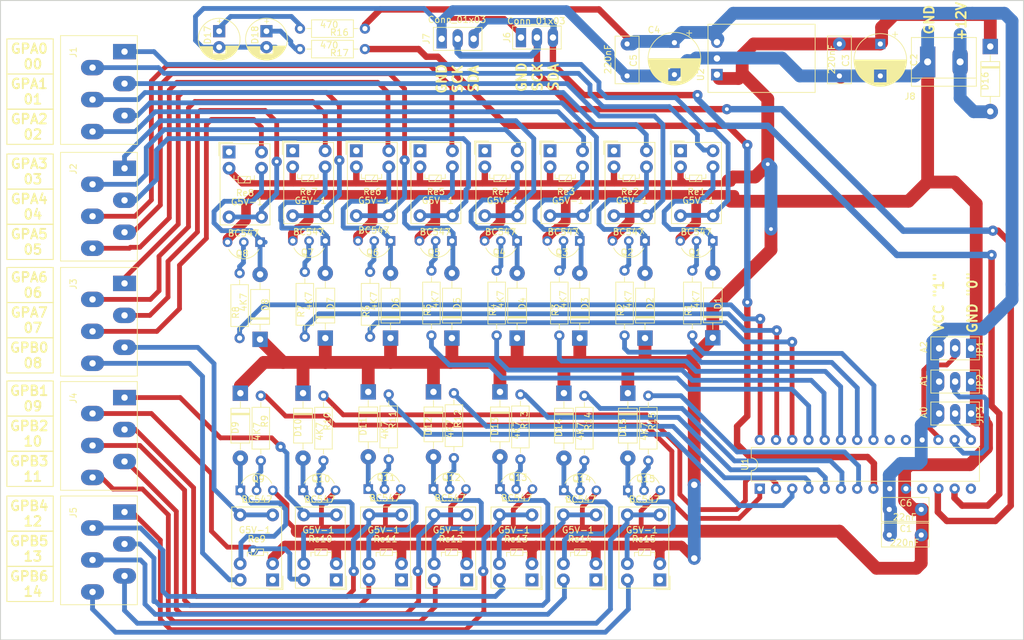
<source format=kicad_pcb>
(kicad_pcb (version 20171130) (host pcbnew "(5.1.6)-1")
  (layers (0 F.Cu signal hide) (31 B.Cu signal hide) (34 B.Paste user) (35 F.Paste user) (36 B.SilkS user) (37 F.SilkS user) (38 B.Mask user) (39 F.Mask user) (44 Edge.Cuts user))
  (net 0 "")
  (net 1 GND)
  (net 2 VCC)
  (net 3 +12V)
  (net 4 "Net-(D1-Pad2)")
  (net 5 "Net-(D2-Pad2)")
  (net 6 "Net-(D3-Pad2)")
  (net 7 "Net-(D4-Pad2)")
  (net 8 "Net-(D5-Pad2)")
  (net 9 "Net-(D6-Pad2)")
  (net 10 "Net-(D7-Pad2)")
  (net 11 "Net-(D8-Pad2)")
  (net 12 "Net-(D9-Pad2)")
  (net 13 "Net-(D10-Pad2)")
  (net 14 "Net-(D11-Pad2)")
  (net 15 "Net-(D12-Pad2)")
  (net 16 "Net-(D13-Pad2)")
  (net 17 "Net-(D14-Pad2)")
  (net 18 "Net-(D15-Pad2)")
  (net 19 "Net-(D16-Pad2)")
  (net 20 "Net-(D17-Pad2)")
  (net 21 "Net-(D18-Pad2)")
  (net 22 /NOA0)
  (net 23 /COA0)
  (net 24 /COA1)
  (net 25 /NOA1)
  (net 26 /COA2)
  (net 27 /NOA2)
  (net 28 /NOA3)
  (net 29 /COA3)
  (net 30 /COA4)
  (net 31 /NOA4)
  (net 32 /COA5)
  (net 33 /NOA5)
  (net 34 /NOA6)
  (net 35 /COA6)
  (net 36 /COA7)
  (net 37 /NOA7)
  (net 38 /COB0)
  (net 39 /NOB0)
  (net 40 /NOB1)
  (net 41 /COB1)
  (net 42 /COB2)
  (net 43 /NOB2)
  (net 44 /COB3)
  (net 45 /NOB3)
  (net 46 /NOB4)
  (net 47 /COB4)
  (net 48 /COB5)
  (net 49 /NOB5)
  (net 50 /COB6)
  (net 51 /NOB6)
  (net 52 "Net-(JP1-Pad2)")
  (net 53 "Net-(JP2-Pad2)")
  (net 54 "Net-(JP3-Pad2)")
  (net 55 "Net-(Q1-Pad2)")
  (net 56 "Net-(Q2-Pad2)")
  (net 57 "Net-(Q3-Pad2)")
  (net 58 "Net-(Q4-Pad2)")
  (net 59 "Net-(Q5-Pad2)")
  (net 60 "Net-(Q6-Pad2)")
  (net 61 "Net-(Q7-Pad2)")
  (net 62 "Net-(Q8-Pad2)")
  (net 63 "Net-(Q9-Pad2)")
  (net 64 "Net-(Q10-Pad2)")
  (net 65 "Net-(Q11-Pad2)")
  (net 66 "Net-(Q12-Pad2)")
  (net 67 "Net-(Q13-Pad2)")
  (net 68 "Net-(Q14-Pad2)")
  (net 69 "Net-(Q15-Pad2)")
  (net 70 /GPA0)
  (net 71 /GPA1)
  (net 72 /GPA2)
  (net 73 /GPA3)
  (net 74 /GPA4)
  (net 75 /GPA5)
  (net 76 /GPA6)
  (net 77 /GPA7)
  (net 78 /GPB0)
  (net 79 /GPB1)
  (net 80 /GPB2)
  (net 81 /GPB3)
  (net 82 /GPB4)
  (net 83 /GPB5)
  (net 84 /GPB6)
  (net 85 "Net-(R17-Pad1)")
  (net 86 /SDA)
  (net 87 /SCK)
  (module Package_DIP:DIP-28_W7.62mm (layer F.Cu) (at 187 114.35 90)
    (fp_text reference U1 (at 3.81 -2.33 90) (layer F.SilkS))
    (fp_text value MCP23017_SP)
    (pad 28 thru_hole oval (at 7.62 0 90) (size 1.6 1.6) (drill 0.8) (layers *.Cu *.Mask) (net 77 /GPA7))
    (pad 14 thru_hole oval (at 0 33.02 90) (size 1.6 1.6) (drill 0.8) (layers *.Cu *.Mask))
    (pad 27 thru_hole oval (at 7.62 2.54 90) (size 1.6 1.6) (drill 0.8) (layers *.Cu *.Mask) (net 76 /GPA6))
    (pad 13 thru_hole oval (at 0 30.48 90) (size 1.6 1.6) (drill 0.8) (layers *.Cu *.Mask) (net 86 /SDA))
    (pad 26 thru_hole oval (at 7.62 5.08 90) (size 1.6 1.6) (drill 0.8) (layers *.Cu *.Mask) (net 75 /GPA5))
    (pad 12 thru_hole oval (at 0 27.94 90) (size 1.6 1.6) (drill 0.8) (layers *.Cu *.Mask) (net 87 /SCK))
    (pad 25 thru_hole oval (at 7.62 7.62 90) (size 1.6 1.6) (drill 0.8) (layers *.Cu *.Mask) (net 74 /GPA4))
    (pad 11 thru_hole oval (at 0 25.4 90) (size 1.6 1.6) (drill 0.8) (layers *.Cu *.Mask))
    (pad 24 thru_hole oval (at 7.62 10.16 90) (size 1.6 1.6) (drill 0.8) (layers *.Cu *.Mask) (net 73 /GPA3))
    (pad 10 thru_hole oval (at 0 22.86 90) (size 1.6 1.6) (drill 0.8) (layers *.Cu *.Mask) (net 1 GND))
    (pad 23 thru_hole oval (at 7.62 12.7 90) (size 1.6 1.6) (drill 0.8) (layers *.Cu *.Mask) (net 72 /GPA2))
    (pad 9 thru_hole oval (at 0 20.32 90) (size 1.6 1.6) (drill 0.8) (layers *.Cu *.Mask) (net 2 VCC))
    (pad 22 thru_hole oval (at 7.62 15.24 90) (size 1.6 1.6) (drill 0.8) (layers *.Cu *.Mask) (net 71 /GPA1))
    (pad 8 thru_hole oval (at 0 17.78 90) (size 1.6 1.6) (drill 0.8) (layers *.Cu *.Mask) (net 85 "Net-(R17-Pad1)"))
    (pad 21 thru_hole oval (at 7.62 17.78 90) (size 1.6 1.6) (drill 0.8) (layers *.Cu *.Mask) (net 70 /GPA0))
    (pad 7 thru_hole oval (at 0 15.24 90) (size 1.6 1.6) (drill 0.8) (layers *.Cu *.Mask) (net 84 /GPB6))
    (pad 20 thru_hole oval (at 7.62 20.32 90) (size 1.6 1.6) (drill 0.8) (layers *.Cu *.Mask))
    (pad 6 thru_hole oval (at 0 12.7 90) (size 1.6 1.6) (drill 0.8) (layers *.Cu *.Mask) (net 83 /GPB5))
    (pad 19 thru_hole oval (at 7.62 22.86 90) (size 1.6 1.6) (drill 0.8) (layers *.Cu *.Mask))
    (pad 5 thru_hole oval (at 0 10.16 90) (size 1.6 1.6) (drill 0.8) (layers *.Cu *.Mask) (net 82 /GPB4))
    (pad 18 thru_hole oval (at 7.62 25.4 90) (size 1.6 1.6) (drill 0.8) (layers *.Cu *.Mask) (net 2 VCC))
    (pad 4 thru_hole oval (at 0 7.62 90) (size 1.6 1.6) (drill 0.8) (layers *.Cu *.Mask) (net 81 /GPB3))
    (pad 17 thru_hole oval (at 7.62 27.94 90) (size 1.6 1.6) (drill 0.8) (layers *.Cu *.Mask) (net 52 "Net-(JP1-Pad2)"))
    (pad 3 thru_hole oval (at 0 5.08 90) (size 1.6 1.6) (drill 0.8) (layers *.Cu *.Mask) (net 80 /GPB2))
    (pad 16 thru_hole oval (at 7.62 30.48 90) (size 1.6 1.6) (drill 0.8) (layers *.Cu *.Mask) (net 53 "Net-(JP2-Pad2)"))
    (pad 2 thru_hole oval (at 0 2.54 90) (size 1.6 1.6) (drill 0.8) (layers *.Cu *.Mask) (net 79 /GPB1))
    (pad 15 thru_hole oval (at 7.62 33.02 90) (size 1.6 1.6) (drill 0.8) (layers *.Cu *.Mask) (net 54 "Net-(JP3-Pad2)"))
    (pad 1 thru_hole rect (at 0 0 90) (size 1.6 1.6) (drill 0.8) (layers *.Cu *.Mask) (net 78 /GPB0))
  )
  (module Converter_DCDC:Converter_DCDC_muRata_OKI-78SR_Horizontal (layer F.Cu) (at 180.3 49.6 90)
    (fp_text reference U2 (at 0 -2.54 270) (layer F.SilkS))
    (fp_text value OKI-78SR-5_1.5-W36H-C)
    (pad 3 thru_hole circle (at 5.08 0 270) (size 1.8 1.8) (drill 1) (layers *.Cu *.Mask) (net 2 VCC))
    (pad 2 thru_hole circle (at 2.54 0 270) (size 1.8 1.8) (drill 1) (layers *.Cu *.Mask) (net 1 GND))
    (pad 1 thru_hole rect (at 0 0 270) (size 1.8 1.8) (drill 1) (layers *.Cu *.Mask) (net 3 +12V))
  )
  (module my_Footprints:Relais_SPDT_Omron_G5V-1 (layer F.Cu) (at 171.366469 128.614171 180)
    (fp_text reference Re15 (at 2.5 6.4) (layer F.SilkS))
    (fp_text value G5V-1 (at 2.8 7.8) (layer F.SilkS))
    (pad 5 thru_hole circle (at 0 10.16 180) (size 2 2) (drill 1) (layers *.Cu *.Mask) (net 50 /COB6))
    (pad 6 thru_hole circle (at 5.08 10.16 180) (size 2 2) (drill 1) (layers *.Cu *.Mask) (net 50 /COB6))
    (pad 2 thru_hole circle (at 0 2.54 180) (size 2 2) (drill 1) (layers *.Cu *.Mask) (net 3 +12V))
    (pad 1 thru_hole rect (at 0 0 180) (size 2 2) (drill 1) (layers *.Cu *.Mask))
    (pad 9 thru_hole circle (at 5.08 2.54 180) (size 2 2) (drill 1) (layers *.Cu *.Mask) (net 18 "Net-(D15-Pad2)"))
    (pad 10 thru_hole circle (at 5.08 0 180) (size 2 2) (drill 1) (layers *.Cu *.Mask) (net 51 /NOB6))
  )
  (module my_Footprints:Relais_SPDT_Omron_G5V-1 (layer F.Cu) (at 161.366469 128.614171 180)
    (fp_text reference Re14 (at 2.5 6.4) (layer F.SilkS))
    (fp_text value G5V-1 (at 2.8 7.8) (layer F.SilkS))
    (pad 5 thru_hole circle (at 0 10.16 180) (size 2 2) (drill 1) (layers *.Cu *.Mask) (net 48 /COB5))
    (pad 6 thru_hole circle (at 5.08 10.16 180) (size 2 2) (drill 1) (layers *.Cu *.Mask) (net 48 /COB5))
    (pad 2 thru_hole circle (at 0 2.54 180) (size 2 2) (drill 1) (layers *.Cu *.Mask) (net 3 +12V))
    (pad 1 thru_hole rect (at 0 0 180) (size 2 2) (drill 1) (layers *.Cu *.Mask))
    (pad 9 thru_hole circle (at 5.08 2.54 180) (size 2 2) (drill 1) (layers *.Cu *.Mask) (net 17 "Net-(D14-Pad2)"))
    (pad 10 thru_hole circle (at 5.08 0 180) (size 2 2) (drill 1) (layers *.Cu *.Mask) (net 49 /NOB5))
  )
  (module my_Footprints:Relais_SPDT_Omron_G5V-1 (layer F.Cu) (at 151.366469 128.614171 180)
    (fp_text reference Re13 (at 2.5 6.4) (layer F.SilkS))
    (fp_text value G5V-1 (at 2.8 7.8) (layer F.SilkS))
    (pad 5 thru_hole circle (at 0 10.16 180) (size 2 2) (drill 1) (layers *.Cu *.Mask) (net 47 /COB4))
    (pad 6 thru_hole circle (at 5.08 10.16 180) (size 2 2) (drill 1) (layers *.Cu *.Mask) (net 47 /COB4))
    (pad 2 thru_hole circle (at 0 2.54 180) (size 2 2) (drill 1) (layers *.Cu *.Mask) (net 3 +12V))
    (pad 1 thru_hole rect (at 0 0 180) (size 2 2) (drill 1) (layers *.Cu *.Mask))
    (pad 9 thru_hole circle (at 5.08 2.54 180) (size 2 2) (drill 1) (layers *.Cu *.Mask) (net 16 "Net-(D13-Pad2)"))
    (pad 10 thru_hole circle (at 5.08 0 180) (size 2 2) (drill 1) (layers *.Cu *.Mask) (net 46 /NOB4))
  )
  (module my_Footprints:Relais_SPDT_Omron_G5V-1 (layer F.Cu) (at 141.166469 128.614171 180)
    (fp_text reference Re12 (at 2.5 6.4) (layer F.SilkS))
    (fp_text value G5V-1 (at 2.8 7.8) (layer F.SilkS))
    (pad 5 thru_hole circle (at 0 10.16 180) (size 2 2) (drill 1) (layers *.Cu *.Mask) (net 44 /COB3))
    (pad 6 thru_hole circle (at 5.08 10.16 180) (size 2 2) (drill 1) (layers *.Cu *.Mask) (net 44 /COB3))
    (pad 2 thru_hole circle (at 0 2.54 180) (size 2 2) (drill 1) (layers *.Cu *.Mask) (net 3 +12V))
    (pad 1 thru_hole rect (at 0 0 180) (size 2 2) (drill 1) (layers *.Cu *.Mask))
    (pad 9 thru_hole circle (at 5.08 2.54 180) (size 2 2) (drill 1) (layers *.Cu *.Mask) (net 15 "Net-(D12-Pad2)"))
    (pad 10 thru_hole circle (at 5.08 0 180) (size 2 2) (drill 1) (layers *.Cu *.Mask) (net 45 /NOB3))
  )
  (module my_Footprints:Relais_SPDT_Omron_G5V-1 (layer F.Cu) (at 130.966469 128.614171 180)
    (fp_text reference Re11 (at 2.5 6.4) (layer F.SilkS))
    (fp_text value G5V-1 (at 2.8 7.8) (layer F.SilkS))
    (pad 5 thru_hole circle (at 0 10.16 180) (size 2 2) (drill 1) (layers *.Cu *.Mask) (net 42 /COB2))
    (pad 6 thru_hole circle (at 5.08 10.16 180) (size 2 2) (drill 1) (layers *.Cu *.Mask) (net 42 /COB2))
    (pad 2 thru_hole circle (at 0 2.54 180) (size 2 2) (drill 1) (layers *.Cu *.Mask) (net 3 +12V))
    (pad 1 thru_hole rect (at 0 0 180) (size 2 2) (drill 1) (layers *.Cu *.Mask))
    (pad 9 thru_hole circle (at 5.08 2.54 180) (size 2 2) (drill 1) (layers *.Cu *.Mask) (net 14 "Net-(D11-Pad2)"))
    (pad 10 thru_hole circle (at 5.08 0 180) (size 2 2) (drill 1) (layers *.Cu *.Mask) (net 43 /NOB2))
  )
  (module my_Footprints:Relais_SPDT_Omron_G5V-1 (layer F.Cu) (at 120.766469 128.614171 180)
    (fp_text reference Re10 (at 2.5 6.4) (layer F.SilkS))
    (fp_text value G5V-1 (at 2.8 7.8) (layer F.SilkS))
    (pad 5 thru_hole circle (at 0 10.16 180) (size 2 2) (drill 1) (layers *.Cu *.Mask) (net 41 /COB1))
    (pad 6 thru_hole circle (at 5.08 10.16 180) (size 2 2) (drill 1) (layers *.Cu *.Mask) (net 41 /COB1))
    (pad 2 thru_hole circle (at 0 2.54 180) (size 2 2) (drill 1) (layers *.Cu *.Mask) (net 3 +12V))
    (pad 1 thru_hole rect (at 0 0 180) (size 2 2) (drill 1) (layers *.Cu *.Mask))
    (pad 9 thru_hole circle (at 5.08 2.54 180) (size 2 2) (drill 1) (layers *.Cu *.Mask) (net 13 "Net-(D10-Pad2)"))
    (pad 10 thru_hole circle (at 5.08 0 180) (size 2 2) (drill 1) (layers *.Cu *.Mask) (net 40 /NOB1))
  )
  (module my_Footprints:Relais_SPDT_Omron_G5V-1 (layer F.Cu) (at 110.816469 128.614171 180)
    (fp_text reference Re9 (at 2.5 6.4) (layer F.SilkS))
    (fp_text value G5V-1 (at 2.8 7.8) (layer F.SilkS))
    (pad 5 thru_hole circle (at 0 10.16 180) (size 2 2) (drill 1) (layers *.Cu *.Mask) (net 38 /COB0))
    (pad 6 thru_hole circle (at 5.08 10.16 180) (size 2 2) (drill 1) (layers *.Cu *.Mask) (net 38 /COB0))
    (pad 2 thru_hole circle (at 0 2.54 180) (size 2 2) (drill 1) (layers *.Cu *.Mask) (net 3 +12V))
    (pad 1 thru_hole rect (at 0 0 180) (size 2 2) (drill 1) (layers *.Cu *.Mask))
    (pad 9 thru_hole circle (at 5.08 2.54 180) (size 2 2) (drill 1) (layers *.Cu *.Mask) (net 12 "Net-(D9-Pad2)"))
    (pad 10 thru_hole circle (at 5.08 0 180) (size 2 2) (drill 1) (layers *.Cu *.Mask) (net 39 /NOB0))
  )
  (module my_Footprints:Relais_SPDT_Omron_G5V-1 (layer F.Cu) (at 104 61.7)
    (fp_text reference Re8 (at 2.5 6.4) (layer F.SilkS))
    (fp_text value G5V-1 (at 2.8 7.8) (layer F.SilkS))
    (pad 5 thru_hole circle (at 0 10.16) (size 2 2) (drill 1) (layers *.Cu *.Mask) (net 36 /COA7))
    (pad 6 thru_hole circle (at 5.08 10.16) (size 2 2) (drill 1) (layers *.Cu *.Mask) (net 36 /COA7))
    (pad 2 thru_hole circle (at 0 2.54) (size 2 2) (drill 1) (layers *.Cu *.Mask) (net 3 +12V))
    (pad 1 thru_hole rect (at 0 0) (size 2 2) (drill 1) (layers *.Cu *.Mask))
    (pad 9 thru_hole circle (at 5.08 2.54) (size 2 2) (drill 1) (layers *.Cu *.Mask) (net 11 "Net-(D8-Pad2)"))
    (pad 10 thru_hole circle (at 5.08 0) (size 2 2) (drill 1) (layers *.Cu *.Mask) (net 37 /NOA7))
  )
  (module my_Footprints:Relais_SPDT_Omron_G5V-1 (layer F.Cu) (at 113.95 61.5)
    (fp_text reference Re7 (at 2.5 6.4) (layer F.SilkS))
    (fp_text value G5V-1 (at 2.8 7.8) (layer F.SilkS))
    (pad 5 thru_hole circle (at 0 10.16) (size 2 2) (drill 1) (layers *.Cu *.Mask) (net 35 /COA6))
    (pad 6 thru_hole circle (at 5.08 10.16) (size 2 2) (drill 1) (layers *.Cu *.Mask) (net 35 /COA6))
    (pad 2 thru_hole circle (at 0 2.54) (size 2 2) (drill 1) (layers *.Cu *.Mask) (net 3 +12V))
    (pad 1 thru_hole rect (at 0 0) (size 2 2) (drill 1) (layers *.Cu *.Mask))
    (pad 9 thru_hole circle (at 5.08 2.54) (size 2 2) (drill 1) (layers *.Cu *.Mask) (net 10 "Net-(D7-Pad2)"))
    (pad 10 thru_hole circle (at 5.08 0) (size 2 2) (drill 1) (layers *.Cu *.Mask) (net 34 /NOA6))
  )
  (module my_Footprints:Relais_SPDT_Omron_G5V-1 (layer F.Cu) (at 123.9 61.5)
    (fp_text reference Re6 (at 2.5 6.4) (layer F.SilkS))
    (fp_text value G5V-1 (at 2.8 7.8) (layer F.SilkS))
    (pad 5 thru_hole circle (at 0 10.16) (size 2 2) (drill 1) (layers *.Cu *.Mask) (net 32 /COA5))
    (pad 6 thru_hole circle (at 5.08 10.16) (size 2 2) (drill 1) (layers *.Cu *.Mask) (net 32 /COA5))
    (pad 2 thru_hole circle (at 0 2.54) (size 2 2) (drill 1) (layers *.Cu *.Mask) (net 3 +12V))
    (pad 1 thru_hole rect (at 0 0) (size 2 2) (drill 1) (layers *.Cu *.Mask))
    (pad 9 thru_hole circle (at 5.08 2.54) (size 2 2) (drill 1) (layers *.Cu *.Mask) (net 9 "Net-(D6-Pad2)"))
    (pad 10 thru_hole circle (at 5.08 0) (size 2 2) (drill 1) (layers *.Cu *.Mask) (net 33 /NOA5))
  )
  (module my_Footprints:Relais_SPDT_Omron_G5V-1 (layer F.Cu) (at 133.85 61.5)
    (fp_text reference Re5 (at 2.5 6.4) (layer F.SilkS))
    (fp_text value G5V-1 (at 2.8 7.8) (layer F.SilkS))
    (pad 5 thru_hole circle (at 0 10.16) (size 2 2) (drill 1) (layers *.Cu *.Mask) (net 30 /COA4))
    (pad 6 thru_hole circle (at 5.08 10.16) (size 2 2) (drill 1) (layers *.Cu *.Mask) (net 30 /COA4))
    (pad 2 thru_hole circle (at 0 2.54) (size 2 2) (drill 1) (layers *.Cu *.Mask) (net 3 +12V))
    (pad 1 thru_hole rect (at 0 0) (size 2 2) (drill 1) (layers *.Cu *.Mask))
    (pad 9 thru_hole circle (at 5.08 2.54) (size 2 2) (drill 1) (layers *.Cu *.Mask) (net 8 "Net-(D5-Pad2)"))
    (pad 10 thru_hole circle (at 5.08 0) (size 2 2) (drill 1) (layers *.Cu *.Mask) (net 31 /NOA4))
  )
  (module my_Footprints:Relais_SPDT_Omron_G5V-1 (layer F.Cu) (at 144 61.5)
    (fp_text reference Re4 (at 2.5 6.4) (layer F.SilkS))
    (fp_text value G5V-1 (at 2.8 7.8) (layer F.SilkS))
    (pad 5 thru_hole circle (at 0 10.16) (size 2 2) (drill 1) (layers *.Cu *.Mask) (net 29 /COA3))
    (pad 6 thru_hole circle (at 5.08 10.16) (size 2 2) (drill 1) (layers *.Cu *.Mask) (net 29 /COA3))
    (pad 2 thru_hole circle (at 0 2.54) (size 2 2) (drill 1) (layers *.Cu *.Mask) (net 3 +12V))
    (pad 1 thru_hole rect (at 0 0) (size 2 2) (drill 1) (layers *.Cu *.Mask))
    (pad 9 thru_hole circle (at 5.08 2.54) (size 2 2) (drill 1) (layers *.Cu *.Mask) (net 7 "Net-(D4-Pad2)"))
    (pad 10 thru_hole circle (at 5.08 0) (size 2 2) (drill 1) (layers *.Cu *.Mask) (net 28 /NOA3))
  )
  (module my_Footprints:Relais_SPDT_Omron_G5V-1 (layer F.Cu) (at 154.2 61.5)
    (fp_text reference Re3 (at 2.5 6.4) (layer F.SilkS))
    (fp_text value G5V-1 (at 2.8 7.8) (layer F.SilkS))
    (pad 5 thru_hole circle (at 0 10.16) (size 2 2) (drill 1) (layers *.Cu *.Mask) (net 26 /COA2))
    (pad 6 thru_hole circle (at 5.08 10.16) (size 2 2) (drill 1) (layers *.Cu *.Mask) (net 26 /COA2))
    (pad 2 thru_hole circle (at 0 2.54) (size 2 2) (drill 1) (layers *.Cu *.Mask) (net 3 +12V))
    (pad 1 thru_hole rect (at 0 0) (size 2 2) (drill 1) (layers *.Cu *.Mask))
    (pad 9 thru_hole circle (at 5.08 2.54) (size 2 2) (drill 1) (layers *.Cu *.Mask) (net 6 "Net-(D3-Pad2)"))
    (pad 10 thru_hole circle (at 5.08 0) (size 2 2) (drill 1) (layers *.Cu *.Mask) (net 27 /NOA2))
  )
  (module my_Footprints:Relais_SPDT_Omron_G5V-1 (layer F.Cu) (at 164.2 61.5)
    (fp_text reference Re2 (at 2.5 6.4) (layer F.SilkS))
    (fp_text value G5V-1 (at 2.8 7.8) (layer F.SilkS))
    (pad 5 thru_hole circle (at 0 10.16) (size 2 2) (drill 1) (layers *.Cu *.Mask) (net 24 /COA1))
    (pad 6 thru_hole circle (at 5.08 10.16) (size 2 2) (drill 1) (layers *.Cu *.Mask) (net 24 /COA1))
    (pad 2 thru_hole circle (at 0 2.54) (size 2 2) (drill 1) (layers *.Cu *.Mask) (net 3 +12V))
    (pad 1 thru_hole rect (at 0 0) (size 2 2) (drill 1) (layers *.Cu *.Mask))
    (pad 9 thru_hole circle (at 5.08 2.54) (size 2 2) (drill 1) (layers *.Cu *.Mask) (net 5 "Net-(D2-Pad2)"))
    (pad 10 thru_hole circle (at 5.08 0) (size 2 2) (drill 1) (layers *.Cu *.Mask) (net 25 /NOA1))
  )
  (module my_Footprints:Relais_SPDT_Omron_G5V-1 (layer F.Cu) (at 174.6 61.5)
    (fp_text reference Re1 (at 2.5 6.4) (layer F.SilkS))
    (fp_text value G5V-1 (at 2.8 7.8) (layer F.SilkS))
    (pad 5 thru_hole circle (at 0 10.16) (size 2 2) (drill 1) (layers *.Cu *.Mask) (net 23 /COA0))
    (pad 6 thru_hole circle (at 5.08 10.16) (size 2 2) (drill 1) (layers *.Cu *.Mask) (net 23 /COA0))
    (pad 2 thru_hole circle (at 0 2.54) (size 2 2) (drill 1) (layers *.Cu *.Mask) (net 3 +12V))
    (pad 1 thru_hole rect (at 0 0) (size 2 2) (drill 1) (layers *.Cu *.Mask))
    (pad 9 thru_hole circle (at 5.08 2.54) (size 2 2) (drill 1) (layers *.Cu *.Mask) (net 4 "Net-(D1-Pad2)"))
    (pad 10 thru_hole circle (at 5.08 0) (size 2 2) (drill 1) (layers *.Cu *.Mask) (net 22 /NOA0))
  )
  (module my_Footprints:R_Radial (layer F.Cu) (at 125.25 45.6 180)
    (fp_text reference R17 (at 4 -0.6) (layer F.SilkS))
    (fp_text value 470 (at 5.6 0.6) (layer F.SilkS))
    (pad 2 thru_hole oval (at 10.16 0 180) (size 1.6 1.6) (drill 0.8) (layers *.Cu *.Mask) (net 21 "Net-(D18-Pad2)"))
    (pad 1 thru_hole circle (at 0 0 180) (size 1.6 1.6) (drill 0.8) (layers *.Cu *.Mask) (net 85 "Net-(R17-Pad1)"))
  )
  (module my_Footprints:R_Radial (layer F.Cu) (at 125.25 42.4 180)
    (fp_text reference R16 (at 4 -0.6) (layer F.SilkS))
    (fp_text value 470 (at 5.6 0.6) (layer F.SilkS))
    (pad 2 thru_hole oval (at 10.16 0 180) (size 1.6 1.6) (drill 0.8) (layers *.Cu *.Mask) (net 20 "Net-(D17-Pad2)"))
    (pad 1 thru_hole circle (at 0 0 180) (size 1.6 1.6) (drill 0.8) (layers *.Cu *.Mask) (net 2 VCC))
  )
  (module my_Footprints:R_Radial (layer F.Cu) (at 169.566469 99.814171 270)
    (fp_text reference R15 (at 4 -0.6 90) (layer F.SilkS))
    (fp_text value 4K7 (at 5.6 0.6 90) (layer F.SilkS))
    (pad 2 thru_hole oval (at 10.16 0 270) (size 1.6 1.6) (drill 0.8) (layers *.Cu *.Mask) (net 69 "Net-(Q15-Pad2)"))
    (pad 1 thru_hole circle (at 0 0 270) (size 1.6 1.6) (drill 0.8) (layers *.Cu *.Mask) (net 84 /GPB6))
  )
  (module my_Footprints:R_Radial (layer F.Cu) (at 159.566469 99.814171 270)
    (fp_text reference R14 (at 4 -0.6 90) (layer F.SilkS))
    (fp_text value 4K7 (at 5.6 0.6 90) (layer F.SilkS))
    (pad 2 thru_hole oval (at 10.16 0 270) (size 1.6 1.6) (drill 0.8) (layers *.Cu *.Mask) (net 68 "Net-(Q14-Pad2)"))
    (pad 1 thru_hole circle (at 0 0 270) (size 1.6 1.6) (drill 0.8) (layers *.Cu *.Mask) (net 83 /GPB5))
  )
  (module my_Footprints:R_Radial (layer F.Cu) (at 149.566469 99.614171 270)
    (fp_text reference R13 (at 4 -0.6 90) (layer F.SilkS))
    (fp_text value 4K7 (at 5.6 0.6 90) (layer F.SilkS))
    (pad 2 thru_hole oval (at 10.16 0 270) (size 1.6 1.6) (drill 0.8) (layers *.Cu *.Mask) (net 67 "Net-(Q13-Pad2)"))
    (pad 1 thru_hole circle (at 0 0 270) (size 1.6 1.6) (drill 0.8) (layers *.Cu *.Mask) (net 82 /GPB4))
  )
  (module my_Footprints:R_Radial (layer F.Cu) (at 139.166469 99.414171 270)
    (fp_text reference R12 (at 4 -0.6 90) (layer F.SilkS))
    (fp_text value 4K7 (at 5.6 0.6 90) (layer F.SilkS))
    (pad 2 thru_hole oval (at 10.16 0 270) (size 1.6 1.6) (drill 0.8) (layers *.Cu *.Mask) (net 66 "Net-(Q12-Pad2)"))
    (pad 1 thru_hole circle (at 0 0 270) (size 1.6 1.6) (drill 0.8) (layers *.Cu *.Mask) (net 81 /GPB3))
  )
  (module my_Footprints:R_Radial (layer F.Cu) (at 128.966469 99.614171 270)
    (fp_text reference R11 (at 4 -0.6 90) (layer F.SilkS))
    (fp_text value 4K7 (at 5.6 0.6 90) (layer F.SilkS))
    (pad 2 thru_hole oval (at 10.16 0 270) (size 1.6 1.6) (drill 0.8) (layers *.Cu *.Mask) (net 65 "Net-(Q11-Pad2)"))
    (pad 1 thru_hole circle (at 0 0 270) (size 1.6 1.6) (drill 0.8) (layers *.Cu *.Mask) (net 80 /GPB2))
  )
  (module my_Footprints:R_Radial (layer F.Cu) (at 118.766469 99.814171 270)
    (fp_text reference R10 (at 4 -0.6 90) (layer F.SilkS))
    (fp_text value 4K7 (at 5.6 0.6 90) (layer F.SilkS))
    (pad 2 thru_hole oval (at 10.16 0 270) (size 1.6 1.6) (drill 0.8) (layers *.Cu *.Mask) (net 64 "Net-(Q10-Pad2)"))
    (pad 1 thru_hole circle (at 0 0 270) (size 1.6 1.6) (drill 0.8) (layers *.Cu *.Mask) (net 79 /GPB1))
  )
  (module my_Footprints:R_Radial (layer F.Cu) (at 108.966469 99.814171 270)
    (fp_text reference R9 (at 4 -0.6 90) (layer F.SilkS))
    (fp_text value 4K7 (at 5.6 0.6 90) (layer F.SilkS))
    (pad 2 thru_hole oval (at 10.16 0 270) (size 1.6 1.6) (drill 0.8) (layers *.Cu *.Mask) (net 63 "Net-(Q9-Pad2)"))
    (pad 1 thru_hole circle (at 0 0 270) (size 1.6 1.6) (drill 0.8) (layers *.Cu *.Mask) (net 78 /GPB0))
  )
  (module my_Footprints:R_Radial (layer F.Cu) (at 105.65 90.8 90)
    (fp_text reference R8 (at 4 -0.6 90) (layer F.SilkS))
    (fp_text value 4K7 (at 5.6 0.6 90) (layer F.SilkS))
    (pad 2 thru_hole oval (at 10.16 0 90) (size 1.6 1.6) (drill 0.8) (layers *.Cu *.Mask) (net 62 "Net-(Q8-Pad2)"))
    (pad 1 thru_hole circle (at 0 0 90) (size 1.6 1.6) (drill 0.8) (layers *.Cu *.Mask) (net 77 /GPA7))
  )
  (module my_Footprints:R_Radial (layer F.Cu) (at 115.85 90.6 90)
    (fp_text reference R7 (at 4 -0.6 90) (layer F.SilkS))
    (fp_text value 4K7 (at 5.6 0.6 90) (layer F.SilkS))
    (pad 2 thru_hole oval (at 10.16 0 90) (size 1.6 1.6) (drill 0.8) (layers *.Cu *.Mask) (net 61 "Net-(Q7-Pad2)"))
    (pad 1 thru_hole circle (at 0 0 90) (size 1.6 1.6) (drill 0.8) (layers *.Cu *.Mask) (net 76 /GPA6))
  )
  (module my_Footprints:R_Radial (layer F.Cu) (at 126.05 90.6 90)
    (fp_text reference R6 (at 4 -0.6 90) (layer F.SilkS))
    (fp_text value 4K7 (at 5.6 0.6 90) (layer F.SilkS))
    (pad 2 thru_hole oval (at 10.16 0 90) (size 1.6 1.6) (drill 0.8) (layers *.Cu *.Mask) (net 60 "Net-(Q6-Pad2)"))
    (pad 1 thru_hole circle (at 0 0 90) (size 1.6 1.6) (drill 0.8) (layers *.Cu *.Mask) (net 75 /GPA5))
  )
  (module my_Footprints:R_Radial (layer F.Cu) (at 135.65 90.4 90)
    (fp_text reference R5 (at 4 -0.6 90) (layer F.SilkS))
    (fp_text value 4K7 (at 5.6 0.6 90) (layer F.SilkS))
    (pad 2 thru_hole oval (at 10.16 0 90) (size 1.6 1.6) (drill 0.8) (layers *.Cu *.Mask) (net 59 "Net-(Q5-Pad2)"))
    (pad 1 thru_hole circle (at 0 0 90) (size 1.6 1.6) (drill 0.8) (layers *.Cu *.Mask) (net 74 /GPA4))
  )
  (module my_Footprints:R_Radial (layer F.Cu) (at 145.85 90.4 90)
    (fp_text reference R4 (at 4 -0.6 90) (layer F.SilkS))
    (fp_text value 4K7 (at 5.6 0.6 90) (layer F.SilkS))
    (pad 2 thru_hole oval (at 10.16 0 90) (size 1.6 1.6) (drill 0.8) (layers *.Cu *.Mask) (net 58 "Net-(Q4-Pad2)"))
    (pad 1 thru_hole circle (at 0 0 90) (size 1.6 1.6) (drill 0.8) (layers *.Cu *.Mask) (net 73 /GPA3))
  )
  (module my_Footprints:R_Radial (layer F.Cu) (at 155.65 90.4 90)
    (fp_text reference R3 (at 4 -0.6 90) (layer F.SilkS))
    (fp_text value 4K7 (at 5.6 0.6 90) (layer F.SilkS))
    (pad 2 thru_hole oval (at 10.16 0 90) (size 1.6 1.6) (drill 0.8) (layers *.Cu *.Mask) (net 57 "Net-(Q3-Pad2)"))
    (pad 1 thru_hole circle (at 0 0 90) (size 1.6 1.6) (drill 0.8) (layers *.Cu *.Mask) (net 72 /GPA2))
  )
  (module my_Footprints:R_Radial (layer F.Cu) (at 165.85 90.4 90)
    (fp_text reference R2 (at 4 -0.6 90) (layer F.SilkS))
    (fp_text value 4K7 (at 5.6 0.6 90) (layer F.SilkS))
    (pad 2 thru_hole oval (at 10.16 0 90) (size 1.6 1.6) (drill 0.8) (layers *.Cu *.Mask) (net 56 "Net-(Q2-Pad2)"))
    (pad 1 thru_hole circle (at 0 0 90) (size 1.6 1.6) (drill 0.8) (layers *.Cu *.Mask) (net 71 /GPA1))
  )
  (module my_Footprints:R_Radial (layer F.Cu) (at 176.45 90.4 90)
    (fp_text reference R1 (at 4 -0.6 90) (layer F.SilkS))
    (fp_text value 4K7 (at 5.6 0.6 90) (layer F.SilkS))
    (pad 2 thru_hole oval (at 10.16 0 90) (size 1.6 1.6) (drill 0.8) (layers *.Cu *.Mask) (net 55 "Net-(Q1-Pad2)"))
    (pad 1 thru_hole circle (at 0 0 90) (size 1.6 1.6) (drill 0.8) (layers *.Cu *.Mask) (net 70 /GPA0))
  )
  (module my_Footprints:TO-92_Inline_Wide_Jurgen (layer F.Cu) (at 166.366469 114.614171)
    (fp_text reference Q15 (at 2.8 -1.8) (layer F.SilkS))
    (fp_text value BC547 (at 2.6 1.4) (layer F.SilkS))
    (pad 1 thru_hole rect (at 0 0 90) (size 1.5 1.5) (drill 0.8) (layers *.Cu *.Mask) (net 18 "Net-(D15-Pad2)"))
    (pad 3 thru_hole circle (at 5.08 0 90) (size 1.5 1.5) (drill 0.8) (layers *.Cu *.Mask) (net 1 GND))
    (pad 2 thru_hole circle (at 2.54 0 90) (size 1.5 1.5) (drill 0.8) (layers *.Cu *.Mask) (net 69 "Net-(Q15-Pad2)"))
  )
  (module my_Footprints:TO-92_Inline_Wide_Jurgen (layer F.Cu) (at 156.366469 114.614171)
    (fp_text reference Q14 (at 2.8 -1.8) (layer F.SilkS))
    (fp_text value BC547 (at 2.6 1.4) (layer F.SilkS))
    (pad 1 thru_hole rect (at 0 0 90) (size 1.5 1.5) (drill 0.8) (layers *.Cu *.Mask) (net 17 "Net-(D14-Pad2)"))
    (pad 3 thru_hole circle (at 5.08 0 90) (size 1.5 1.5) (drill 0.8) (layers *.Cu *.Mask) (net 1 GND))
    (pad 2 thru_hole circle (at 2.54 0 90) (size 1.5 1.5) (drill 0.8) (layers *.Cu *.Mask) (net 68 "Net-(Q14-Pad2)"))
  )
  (module my_Footprints:TO-92_Inline_Wide_Jurgen (layer F.Cu) (at 146.366469 114.414171)
    (fp_text reference Q13 (at 2.8 -1.8) (layer F.SilkS))
    (fp_text value BC547 (at 2.6 1.4) (layer F.SilkS))
    (pad 1 thru_hole rect (at 0 0 90) (size 1.5 1.5) (drill 0.8) (layers *.Cu *.Mask) (net 16 "Net-(D13-Pad2)"))
    (pad 3 thru_hole circle (at 5.08 0 90) (size 1.5 1.5) (drill 0.8) (layers *.Cu *.Mask) (net 1 GND))
    (pad 2 thru_hole circle (at 2.54 0 90) (size 1.5 1.5) (drill 0.8) (layers *.Cu *.Mask) (net 67 "Net-(Q13-Pad2)"))
  )
  (module my_Footprints:TO-92_Inline_Wide_Jurgen (layer F.Cu) (at 135.966469 114.414171)
    (fp_text reference Q12 (at 2.8 -1.8) (layer F.SilkS))
    (fp_text value BC547 (at 2.6 1.4) (layer F.SilkS))
    (pad 1 thru_hole rect (at 0 0 90) (size 1.5 1.5) (drill 0.8) (layers *.Cu *.Mask) (net 15 "Net-(D12-Pad2)"))
    (pad 3 thru_hole circle (at 5.08 0 90) (size 1.5 1.5) (drill 0.8) (layers *.Cu *.Mask) (net 1 GND))
    (pad 2 thru_hole circle (at 2.54 0 90) (size 1.5 1.5) (drill 0.8) (layers *.Cu *.Mask) (net 66 "Net-(Q12-Pad2)"))
  )
  (module my_Footprints:TO-92_Inline_Wide_Jurgen (layer F.Cu) (at 125.766469 114.414171)
    (fp_text reference Q11 (at 2.8 -1.8) (layer F.SilkS))
    (fp_text value BC547 (at 2.6 1.4) (layer F.SilkS))
    (pad 1 thru_hole rect (at 0 0 90) (size 1.5 1.5) (drill 0.8) (layers *.Cu *.Mask) (net 14 "Net-(D11-Pad2)"))
    (pad 3 thru_hole circle (at 5.08 0 90) (size 1.5 1.5) (drill 0.8) (layers *.Cu *.Mask) (net 1 GND))
    (pad 2 thru_hole circle (at 2.54 0 90) (size 1.5 1.5) (drill 0.8) (layers *.Cu *.Mask) (net 65 "Net-(Q11-Pad2)"))
  )
  (module my_Footprints:TO-92_Inline_Wide_Jurgen (layer F.Cu) (at 115.566469 114.614171)
    (fp_text reference Q10 (at 2.8 -1.8) (layer F.SilkS))
    (fp_text value BC547 (at 2.6 1.4) (layer F.SilkS))
    (pad 1 thru_hole rect (at 0 0 90) (size 1.5 1.5) (drill 0.8) (layers *.Cu *.Mask) (net 13 "Net-(D10-Pad2)"))
    (pad 3 thru_hole circle (at 5.08 0 90) (size 1.5 1.5) (drill 0.8) (layers *.Cu *.Mask) (net 1 GND))
    (pad 2 thru_hole circle (at 2.54 0 90) (size 1.5 1.5) (drill 0.8) (layers *.Cu *.Mask) (net 64 "Net-(Q10-Pad2)"))
  )
  (module my_Footprints:TO-92_Inline_Wide_Jurgen (layer F.Cu) (at 105.766469 114.614171)
    (fp_text reference Q9 (at 2.8 -1.8) (layer F.SilkS))
    (fp_text value BC547 (at 2.6 1.4) (layer F.SilkS))
    (pad 1 thru_hole rect (at 0 0 90) (size 1.5 1.5) (drill 0.8) (layers *.Cu *.Mask) (net 12 "Net-(D9-Pad2)"))
    (pad 3 thru_hole circle (at 5.08 0 90) (size 1.5 1.5) (drill 0.8) (layers *.Cu *.Mask) (net 1 GND))
    (pad 2 thru_hole circle (at 2.54 0 90) (size 1.5 1.5) (drill 0.8) (layers *.Cu *.Mask) (net 63 "Net-(Q9-Pad2)"))
  )
  (module my_Footprints:TO-92_Inline_Wide_Jurgen (layer F.Cu) (at 108.85 75.8 180)
    (fp_text reference Q8 (at 2.8 -1.8) (layer F.SilkS))
    (fp_text value BC547 (at 2.6 1.4) (layer F.SilkS))
    (pad 1 thru_hole rect (at 0 0 270) (size 1.5 1.5) (drill 0.8) (layers *.Cu *.Mask) (net 11 "Net-(D8-Pad2)"))
    (pad 3 thru_hole circle (at 5.08 0 270) (size 1.5 1.5) (drill 0.8) (layers *.Cu *.Mask) (net 1 GND))
    (pad 2 thru_hole circle (at 2.54 0 270) (size 1.5 1.5) (drill 0.8) (layers *.Cu *.Mask) (net 62 "Net-(Q8-Pad2)"))
  )
  (module my_Footprints:TO-92_Inline_Wide_Jurgen (layer F.Cu) (at 119.05 75.6 180)
    (fp_text reference Q7 (at 2.8 -1.8) (layer F.SilkS))
    (fp_text value BC547 (at 2.6 1.4) (layer F.SilkS))
    (pad 1 thru_hole rect (at 0 0 270) (size 1.5 1.5) (drill 0.8) (layers *.Cu *.Mask) (net 10 "Net-(D7-Pad2)"))
    (pad 3 thru_hole circle (at 5.08 0 270) (size 1.5 1.5) (drill 0.8) (layers *.Cu *.Mask) (net 1 GND))
    (pad 2 thru_hole circle (at 2.54 0 270) (size 1.5 1.5) (drill 0.8) (layers *.Cu *.Mask) (net 61 "Net-(Q7-Pad2)"))
  )
  (module my_Footprints:TO-92_Inline_Wide_Jurgen (layer F.Cu) (at 129.25 75.6 180)
    (fp_text reference Q6 (at 2.8 -1.8) (layer F.SilkS))
    (fp_text value BC547 (at 2.62 1.66) (layer F.SilkS))
    (pad 1 thru_hole rect (at 0 0 270) (size 1.5 1.5) (drill 0.8) (layers *.Cu *.Mask) (net 9 "Net-(D6-Pad2)"))
    (pad 3 thru_hole circle (at 5.08 0 270) (size 1.5 1.5) (drill 0.8) (layers *.Cu *.Mask) (net 1 GND))
    (pad 2 thru_hole circle (at 2.54 0 270) (size 1.5 1.5) (drill 0.8) (layers *.Cu *.Mask) (net 60 "Net-(Q6-Pad2)"))
  )
  (module my_Footprints:TO-92_Inline_Wide_Jurgen (layer F.Cu) (at 138.85 75.6 180)
    (fp_text reference Q5 (at 2.8 -1.8) (layer F.SilkS))
    (fp_text value BC547 (at 2.6 1.4) (layer F.SilkS))
    (pad 1 thru_hole rect (at 0 0 270) (size 1.5 1.5) (drill 0.8) (layers *.Cu *.Mask) (net 8 "Net-(D5-Pad2)"))
    (pad 3 thru_hole circle (at 5.08 0 270) (size 1.5 1.5) (drill 0.8) (layers *.Cu *.Mask) (net 1 GND))
    (pad 2 thru_hole circle (at 2.54 0 270) (size 1.5 1.5) (drill 0.8) (layers *.Cu *.Mask) (net 59 "Net-(Q5-Pad2)"))
  )
  (module my_Footprints:TO-92_Inline_Wide_Jurgen (layer F.Cu) (at 149.05 75.6 180)
    (fp_text reference Q4 (at 2.8 -1.8) (layer F.SilkS))
    (fp_text value BC547 (at 2.6 1.4) (layer F.SilkS))
    (pad 1 thru_hole rect (at 0 0 270) (size 1.5 1.5) (drill 0.8) (layers *.Cu *.Mask) (net 7 "Net-(D4-Pad2)"))
    (pad 3 thru_hole circle (at 5.08 0 270) (size 1.5 1.5) (drill 0.8) (layers *.Cu *.Mask) (net 1 GND))
    (pad 2 thru_hole circle (at 2.54 0 270) (size 1.5 1.5) (drill 0.8) (layers *.Cu *.Mask) (net 58 "Net-(Q4-Pad2)"))
  )
  (module my_Footprints:TO-92_Inline_Wide_Jurgen (layer F.Cu) (at 158.85 75.6 180)
    (fp_text reference Q3 (at 2.8 -1.8) (layer F.SilkS))
    (fp_text value BC547 (at 2.6 1.4) (layer F.SilkS))
    (pad 1 thru_hole rect (at 0 0 270) (size 1.5 1.5) (drill 0.8) (layers *.Cu *.Mask) (net 6 "Net-(D3-Pad2)"))
    (pad 3 thru_hole circle (at 5.08 0 270) (size 1.5 1.5) (drill 0.8) (layers *.Cu *.Mask) (net 1 GND))
    (pad 2 thru_hole circle (at 2.54 0 270) (size 1.5 1.5) (drill 0.8) (layers *.Cu *.Mask) (net 57 "Net-(Q3-Pad2)"))
  )
  (module my_Footprints:TO-92_Inline_Wide_Jurgen (layer F.Cu) (at 169.05 75.6 180)
    (fp_text reference Q2 (at 2.8 -1.8) (layer F.SilkS))
    (fp_text value BC547 (at 2.6 1.4) (layer F.SilkS))
    (pad 1 thru_hole rect (at 0 0 270) (size 1.5 1.5) (drill 0.8) (layers *.Cu *.Mask) (net 5 "Net-(D2-Pad2)"))
    (pad 3 thru_hole circle (at 5.08 0 270) (size 1.5 1.5) (drill 0.8) (layers *.Cu *.Mask) (net 1 GND))
    (pad 2 thru_hole circle (at 2.54 0 270) (size 1.5 1.5) (drill 0.8) (layers *.Cu *.Mask) (net 56 "Net-(Q2-Pad2)"))
  )
  (module my_Footprints:TO-92_Inline_Wide_Jurgen (layer F.Cu) (at 179.65 75.6 180)
    (fp_text reference Q1 (at 2.8 -1.8) (layer F.SilkS))
    (fp_text value BC547 (at 2.6 1.4) (layer F.SilkS))
    (pad 1 thru_hole rect (at 0 0 270) (size 1.5 1.5) (drill 0.8) (layers *.Cu *.Mask) (net 4 "Net-(D1-Pad2)"))
    (pad 3 thru_hole circle (at 5.08 0 270) (size 1.5 1.5) (drill 0.8) (layers *.Cu *.Mask) (net 1 GND))
    (pad 2 thru_hole circle (at 2.54 0 270) (size 1.5 1.5) (drill 0.8) (layers *.Cu *.Mask) (net 55 "Net-(Q1-Pad2)"))
  )
  (module my_Footprints:Connector_1x3_Normal (layer F.Cu) (at 220.05 102.6 180)
    (fp_text reference JP3 (at -1.4 -0.2 90) (layer F.SilkS))
    (fp_text value A0 (at 7.4 0.2 270) (layer F.SilkS))
    (pad 3 thru_hole oval (at 5 0 180) (size 1.6 3) (drill 1) (layers *.Cu *.Mask) (net 2 VCC))
    (pad 2 thru_hole oval (at 2.5 0 180) (size 1.6 3) (drill 1) (layers *.Cu *.Mask) (net 54 "Net-(JP3-Pad2)"))
    (pad 1 thru_hole rect (at 0 0 180) (size 1.6 3) (drill 1) (layers *.Cu *.Mask) (net 1 GND))
  )
  (module my_Footprints:Connector_1x3_Normal (layer F.Cu) (at 220.05 97.6 180)
    (fp_text reference JP2 (at -1.4 -0.2 90) (layer F.SilkS))
    (fp_text value A1 (at 7.4 0.2 270) (layer F.SilkS))
    (pad 3 thru_hole oval (at 5 0 180) (size 1.6 3) (drill 1) (layers *.Cu *.Mask) (net 2 VCC))
    (pad 2 thru_hole oval (at 2.5 0 180) (size 1.6 3) (drill 1) (layers *.Cu *.Mask) (net 53 "Net-(JP2-Pad2)"))
    (pad 1 thru_hole rect (at 0 0 180) (size 1.6 3) (drill 1) (layers *.Cu *.Mask) (net 1 GND))
  )
  (module my_Footprints:Connector_1x3_Normal (layer F.Cu) (at 220.05 92.4 180)
    (fp_text reference JP1 (at -1.4 -0.2 90) (layer F.SilkS))
    (fp_text value A2 (at 7.4 0.2 270) (layer F.SilkS))
    (pad 3 thru_hole oval (at 5 0 180) (size 1.6 3) (drill 1) (layers *.Cu *.Mask) (net 2 VCC))
    (pad 2 thru_hole oval (at 2.5 0 180) (size 1.6 3) (drill 1) (layers *.Cu *.Mask) (net 52 "Net-(JP1-Pad2)"))
    (pad 1 thru_hole rect (at 0 0 180) (size 1.6 3) (drill 1) (layers *.Cu *.Mask) (net 1 GND))
  )
  (module my_Footprints:TerminalBlock_bornier-2_P5.08mm_jurgen (layer F.Cu) (at 213.25 47.6)
    (fp_text reference J8 (at -2.75 5.4) (layer F.SilkS))
    (fp_text value Vin12V)
    (pad 2 thru_hole oval (at 5.08 0) (size 2.4 4.8) (drill 1.1) (layers *.Cu *.Mask) (net 19 "Net-(D16-Pad2)"))
    (pad 1 thru_hole rect (at 0 0) (size 2.4 4.8) (drill 1.1) (layers *.Cu *.Mask) (net 1 GND))
  )
  (module my_Footprints:Connector_1x3_Normal (layer F.Cu) (at 137.25 44)
    (fp_text reference J7 (at -2.4 0 90) (layer F.SilkS))
    (fp_text value Conn_01x03 (at 2.4 -3) (layer F.SilkS))
    (pad 3 thru_hole oval (at 5 0) (size 1.6 3) (drill 1) (layers *.Cu *.Mask) (net 86 /SDA))
    (pad 2 thru_hole oval (at 2.5 0) (size 1.6 3) (drill 1) (layers *.Cu *.Mask) (net 87 /SCK))
    (pad 1 thru_hole rect (at 0 0) (size 1.6 3) (drill 1) (layers *.Cu *.Mask) (net 1 GND))
  )
  (module my_Footprints:Connector_1x3_Normal (layer F.Cu) (at 149.65 43.8)
    (fp_text reference J6 (at -2.2 0 90) (layer F.SilkS))
    (fp_text value Conn_01x03 (at 2.4 -2.6) (layer F.SilkS))
    (pad 3 thru_hole oval (at 5 0) (size 1.6 3) (drill 1) (layers *.Cu *.Mask) (net 86 /SDA))
    (pad 2 thru_hole oval (at 2.5 0) (size 1.6 3) (drill 1) (layers *.Cu *.Mask) (net 87 /SCK))
    (pad 1 thru_hole rect (at 0 0) (size 1.6 3) (drill 1) (layers *.Cu *.Mask) (net 1 GND))
  )
  (module my_Footprints:Connector_1x6_ZigZag (layer F.Cu) (at 83.65 123.5 270)
    (fp_text reference J5 (at -5.4 4 90) (layer F.SilkS))
    (fp_text value Screw_Terminal_01x06)
    (pad 2 thru_hole oval (at -3 1 270) (size 2.4 3.6) (drill 1) (layers *.Cu *.Mask) (net 46 /NOB4))
    (pad 1 thru_hole custom (at -5.5 -4 270) (size 2.4 3.6) (drill 1) (layers *.Cu *.Mask) (net 47 /COB4) (options (clearance outline) (anchor rect)) (primitives))
    (pad 3 thru_hole oval (at -0.5 -4 270) (size 2.4 3.6) (drill 1) (layers *.Cu *.Mask) (net 48 /COB5))
    (pad 4 thru_hole oval (at 2 1 270) (size 2.4 3.6) (drill 1) (layers *.Cu *.Mask) (net 49 /NOB5))
    (pad 5 thru_hole oval (at 4.5 -4 270) (size 2.4 3.6) (drill 1) (layers *.Cu *.Mask) (net 50 /COB6))
    (pad 6 thru_hole oval (at 7 1 270) (size 2.4 3.6) (drill 1) (layers *.Cu *.Mask) (net 51 /NOB6))
  )
  (module my_Footprints:Connector_1x6_ZigZag (layer F.Cu) (at 83.65 105.6 270)
    (fp_text reference J4 (at -5.4 4 90) (layer F.SilkS))
    (fp_text value Screw_Terminal_01x06)
    (pad 2 thru_hole oval (at -3 1 270) (size 2.4 3.6) (drill 1) (layers *.Cu *.Mask) (net 40 /NOB1))
    (pad 1 thru_hole custom (at -5.5 -4 270) (size 2.4 3.6) (drill 1) (layers *.Cu *.Mask) (net 41 /COB1) (options (clearance outline) (anchor rect)) (primitives))
    (pad 3 thru_hole oval (at -0.5 -4 270) (size 2.4 3.6) (drill 1) (layers *.Cu *.Mask) (net 42 /COB2))
    (pad 4 thru_hole oval (at 2 1 270) (size 2.4 3.6) (drill 1) (layers *.Cu *.Mask) (net 43 /NOB2))
    (pad 5 thru_hole oval (at 4.5 -4 270) (size 2.4 3.6) (drill 1) (layers *.Cu *.Mask) (net 44 /COB3))
    (pad 6 thru_hole oval (at 7 1 270) (size 2.4 3.6) (drill 1) (layers *.Cu *.Mask) (net 45 /NOB3))
  )
  (module my_Footprints:Connector_1x6_ZigZag (layer F.Cu) (at 83.65 87.75 270)
    (fp_text reference J3 (at -5.4 4 90) (layer F.SilkS))
    (fp_text value Screw_Terminal_01x06)
    (pad 2 thru_hole oval (at -3 1 270) (size 2.4 3.6) (drill 1) (layers *.Cu *.Mask) (net 34 /NOA6))
    (pad 1 thru_hole custom (at -5.5 -4 270) (size 2.4 3.6) (drill 1) (layers *.Cu *.Mask) (net 35 /COA6) (options (clearance outline) (anchor rect)) (primitives))
    (pad 3 thru_hole oval (at -0.5 -4 270) (size 2.4 3.6) (drill 1) (layers *.Cu *.Mask) (net 36 /COA7))
    (pad 4 thru_hole oval (at 2 1 270) (size 2.4 3.6) (drill 1) (layers *.Cu *.Mask) (net 37 /NOA7))
    (pad 5 thru_hole oval (at 4.5 -4 270) (size 2.4 3.6) (drill 1) (layers *.Cu *.Mask) (net 38 /COB0))
    (pad 6 thru_hole oval (at 7 1 270) (size 2.4 3.6) (drill 1) (layers *.Cu *.Mask) (net 39 /NOB0))
  )
  (module my_Footprints:Connector_1x6_ZigZag (layer F.Cu) (at 83.65 69.75 270)
    (fp_text reference J2 (at -5.4 4 90) (layer F.SilkS))
    (fp_text value Screw_Terminal_01x06)
    (pad 2 thru_hole oval (at -3 1 270) (size 2.4 3.6) (drill 1) (layers *.Cu *.Mask) (net 28 /NOA3))
    (pad 1 thru_hole custom (at -5.5 -4 270) (size 2.4 3.6) (drill 1) (layers *.Cu *.Mask) (net 29 /COA3) (options (clearance outline) (anchor rect)) (primitives))
    (pad 3 thru_hole oval (at -0.5 -4 270) (size 2.4 3.6) (drill 1) (layers *.Cu *.Mask) (net 30 /COA4))
    (pad 4 thru_hole oval (at 2 1 270) (size 2.4 3.6) (drill 1) (layers *.Cu *.Mask) (net 31 /NOA4))
    (pad 5 thru_hole oval (at 4.5 -4 270) (size 2.4 3.6) (drill 1) (layers *.Cu *.Mask) (net 32 /COA5))
    (pad 6 thru_hole oval (at 7 1 270) (size 2.4 3.6) (drill 1) (layers *.Cu *.Mask) (net 33 /NOA5))
  )
  (module my_Footprints:Connector_1x6_ZigZag (layer F.Cu) (at 83.65 51.5 270)
    (fp_text reference J1 (at -5.4 4 90) (layer F.SilkS))
    (fp_text value Screw_Terminal_01x06)
    (pad 2 thru_hole oval (at -3 1 270) (size 2.4 3.6) (drill 1) (layers *.Cu *.Mask) (net 22 /NOA0))
    (pad 1 thru_hole custom (at -5.5 -4 270) (size 2.4 3.6) (drill 1) (layers *.Cu *.Mask) (net 23 /COA0) (options (clearance outline) (anchor rect)) (primitives))
    (pad 3 thru_hole oval (at -0.5 -4 270) (size 2.4 3.6) (drill 1) (layers *.Cu *.Mask) (net 24 /COA1))
    (pad 4 thru_hole oval (at 2 1 270) (size 2.4 3.6) (drill 1) (layers *.Cu *.Mask) (net 25 /NOA1))
    (pad 5 thru_hole oval (at 4.5 -4 270) (size 2.4 3.6) (drill 1) (layers *.Cu *.Mask) (net 26 /COA2))
    (pad 6 thru_hole oval (at 7 1 270) (size 2.4 3.6) (drill 1) (layers *.Cu *.Mask) (net 27 /NOA2))
  )
  (module my_Footprints:LED_Radial_D6.3mm_P2.50mm_Jurgen (layer F.Cu) (at 109.85 42.8 270)
    (fp_text reference D18 (at 0.6 1.8 90) (layer F.SilkS))
    (fp_text value Ident)
    (pad 1 thru_hole circle (at 2.5 0 270) (size 1.9 1.9) (drill 0.9) (layers *.Cu *.Mask) (net 1 GND))
    (pad 2 thru_hole rect (at 0 0 270) (size 1.9 1.9) (drill 0.9) (layers *.Cu *.Mask) (net 21 "Net-(D18-Pad2)"))
  )
  (module my_Footprints:LED_Radial_D6.3mm_P2.50mm_Jurgen (layer F.Cu) (at 102.45 42.8 270)
    (fp_text reference D17 (at 0.6 1.8 90) (layer F.SilkS))
    (fp_text value Power)
    (pad 1 thru_hole circle (at 2.5 0 270) (size 1.9 1.9) (drill 0.9) (layers *.Cu *.Mask) (net 1 GND))
    (pad 2 thru_hole rect (at 0 0 270) (size 1.9 1.9) (drill 0.9) (layers *.Cu *.Mask) (net 20 "Net-(D17-Pad2)"))
  )
  (module my_Footprints:Diode10.16mm_Horizontal_Jurgen (layer F.Cu) (at 223.05 45.2 270)
    (fp_text reference D16 (at 5.4 0.8 90) (layer F.SilkS))
    (fp_text value 1N4007)
    (pad 2 thru_hole oval (at 10.16 0 270) (size 2.4 2.4) (drill 1) (layers *.Cu *.Mask) (net 19 "Net-(D16-Pad2)"))
    (pad 1 thru_hole rect (at 0 0 270) (size 2.4 2.4) (drill 1) (layers *.Cu *.Mask) (net 3 +12V))
  )
  (module my_Footprints:Diode10.16mm_Horizontal_Jurgen (layer F.Cu) (at 166.366469 99.414171 270)
    (fp_text reference D15 (at 5.4 0.8 90) (layer F.SilkS))
    (fp_text value 1N4007)
    (pad 2 thru_hole oval (at 10.16 0 270) (size 2.4 2.4) (drill 1) (layers *.Cu *.Mask) (net 18 "Net-(D15-Pad2)"))
    (pad 1 thru_hole rect (at 0 0 270) (size 2.4 2.4) (drill 1) (layers *.Cu *.Mask) (net 3 +12V))
  )
  (module my_Footprints:Diode10.16mm_Horizontal_Jurgen (layer F.Cu) (at 156.366469 99.414171 270)
    (fp_text reference D14 (at 5.4 0.8 90) (layer F.SilkS))
    (fp_text value 1N4007)
    (pad 2 thru_hole oval (at 10.16 0 270) (size 2.4 2.4) (drill 1) (layers *.Cu *.Mask) (net 17 "Net-(D14-Pad2)"))
    (pad 1 thru_hole rect (at 0 0 270) (size 2.4 2.4) (drill 1) (layers *.Cu *.Mask) (net 3 +12V))
  )
  (module my_Footprints:Diode10.16mm_Horizontal_Jurgen (layer F.Cu) (at 146.366469 99.214171 270)
    (fp_text reference D13 (at 5.4 0.8 90) (layer F.SilkS))
    (fp_text value 1N4007)
    (pad 2 thru_hole oval (at 10.16 0 270) (size 2.4 2.4) (drill 1) (layers *.Cu *.Mask) (net 16 "Net-(D13-Pad2)"))
    (pad 1 thru_hole rect (at 0 0 270) (size 2.4 2.4) (drill 1) (layers *.Cu *.Mask) (net 3 +12V))
  )
  (module my_Footprints:Diode10.16mm_Horizontal_Jurgen (layer F.Cu) (at 135.966469 99.214171 270)
    (fp_text reference D12 (at 5.4 0.8 90) (layer F.SilkS))
    (fp_text value 1N4007)
    (pad 2 thru_hole oval (at 10.16 0 270) (size 2.4 2.4) (drill 1) (layers *.Cu *.Mask) (net 15 "Net-(D12-Pad2)"))
    (pad 1 thru_hole rect (at 0 0 270) (size 2.4 2.4) (drill 1) (layers *.Cu *.Mask) (net 3 +12V))
  )
  (module my_Footprints:Diode10.16mm_Horizontal_Jurgen (layer F.Cu) (at 125.766469 99.214171 270)
    (fp_text reference D11 (at 5.4 0.8 90) (layer F.SilkS))
    (fp_text value 1N4007)
    (pad 2 thru_hole oval (at 10.16 0 270) (size 2.4 2.4) (drill 1) (layers *.Cu *.Mask) (net 14 "Net-(D11-Pad2)"))
    (pad 1 thru_hole rect (at 0 0 270) (size 2.4 2.4) (drill 1) (layers *.Cu *.Mask) (net 3 +12V))
  )
  (module my_Footprints:Diode10.16mm_Horizontal_Jurgen (layer F.Cu) (at 115.566469 99.414171 270)
    (fp_text reference D10 (at 5.4 0.8 90) (layer F.SilkS))
    (fp_text value 1N4007)
    (pad 2 thru_hole oval (at 10.16 0 270) (size 2.4 2.4) (drill 1) (layers *.Cu *.Mask) (net 13 "Net-(D10-Pad2)"))
    (pad 1 thru_hole rect (at 0 0 270) (size 2.4 2.4) (drill 1) (layers *.Cu *.Mask) (net 3 +12V))
  )
  (module my_Footprints:Diode10.16mm_Horizontal_Jurgen (layer F.Cu) (at 105.766469 99.414171 270)
    (fp_text reference D9 (at 5.4 0.8 90) (layer F.SilkS))
    (fp_text value 1N4007)
    (pad 2 thru_hole oval (at 10.16 0 270) (size 2.4 2.4) (drill 1) (layers *.Cu *.Mask) (net 12 "Net-(D9-Pad2)"))
    (pad 1 thru_hole rect (at 0 0 270) (size 2.4 2.4) (drill 1) (layers *.Cu *.Mask) (net 3 +12V))
  )
  (module my_Footprints:Diode10.16mm_Horizontal_Jurgen (layer F.Cu) (at 108.85 91 90)
    (fp_text reference D8 (at 5.4 0.8 90) (layer F.SilkS))
    (fp_text value 1N4007)
    (pad 2 thru_hole oval (at 10.16 0 90) (size 2.4 2.4) (drill 1) (layers *.Cu *.Mask) (net 11 "Net-(D8-Pad2)"))
    (pad 1 thru_hole rect (at 0 0 90) (size 2.4 2.4) (drill 1) (layers *.Cu *.Mask) (net 3 +12V))
  )
  (module my_Footprints:Diode10.16mm_Horizontal_Jurgen (layer F.Cu) (at 119.05 90.8 90)
    (fp_text reference D7 (at 5.4 0.8 90) (layer F.SilkS))
    (fp_text value 1N4007)
    (pad 2 thru_hole oval (at 10.16 0 90) (size 2.4 2.4) (drill 1) (layers *.Cu *.Mask) (net 10 "Net-(D7-Pad2)"))
    (pad 1 thru_hole rect (at 0 0 90) (size 2.4 2.4) (drill 1) (layers *.Cu *.Mask) (net 3 +12V))
  )
  (module my_Footprints:Diode10.16mm_Horizontal_Jurgen (layer F.Cu) (at 129.25 90.8 90)
    (fp_text reference D6 (at 5.4 0.8 90) (layer F.SilkS))
    (fp_text value 1N4007)
    (pad 2 thru_hole oval (at 10.16 0 90) (size 2.4 2.4) (drill 1) (layers *.Cu *.Mask) (net 9 "Net-(D6-Pad2)"))
    (pad 1 thru_hole rect (at 0 0 90) (size 2.4 2.4) (drill 1) (layers *.Cu *.Mask) (net 3 +12V))
  )
  (module my_Footprints:Diode10.16mm_Horizontal_Jurgen (layer F.Cu) (at 138.85 90.8 90)
    (fp_text reference D5 (at 5.4 0.8 90) (layer F.SilkS))
    (fp_text value 1N4007)
    (pad 2 thru_hole oval (at 10.16 0 90) (size 2.4 2.4) (drill 1) (layers *.Cu *.Mask) (net 8 "Net-(D5-Pad2)"))
    (pad 1 thru_hole rect (at 0 0 90) (size 2.4 2.4) (drill 1) (layers *.Cu *.Mask) (net 3 +12V))
  )
  (module my_Footprints:Diode10.16mm_Horizontal_Jurgen (layer F.Cu) (at 149.05 90.8 90)
    (fp_text reference D4 (at 5.4 0.8 90) (layer F.SilkS))
    (fp_text value 1N4007)
    (pad 2 thru_hole oval (at 10.16 0 90) (size 2.4 2.4) (drill 1) (layers *.Cu *.Mask) (net 7 "Net-(D4-Pad2)"))
    (pad 1 thru_hole rect (at 0 0 90) (size 2.4 2.4) (drill 1) (layers *.Cu *.Mask) (net 3 +12V))
  )
  (module my_Footprints:Diode10.16mm_Horizontal_Jurgen (layer F.Cu) (at 158.85 90.8 90)
    (fp_text reference D3 (at 5.4 0.8 90) (layer F.SilkS))
    (fp_text value 1N4007)
    (pad 2 thru_hole oval (at 10.16 0 90) (size 2.4 2.4) (drill 1) (layers *.Cu *.Mask) (net 6 "Net-(D3-Pad2)"))
    (pad 1 thru_hole rect (at 0 0 90) (size 2.4 2.4) (drill 1) (layers *.Cu *.Mask) (net 3 +12V))
  )
  (module my_Footprints:Diode10.16mm_Horizontal_Jurgen (layer F.Cu) (at 169.05 90.8 90)
    (fp_text reference D2 (at 5.4 0.8 90) (layer F.SilkS))
    (fp_text value 1N4007)
    (pad 2 thru_hole oval (at 10.16 0 90) (size 2.4 2.4) (drill 1) (layers *.Cu *.Mask) (net 5 "Net-(D2-Pad2)"))
    (pad 1 thru_hole rect (at 0 0 90) (size 2.4 2.4) (drill 1) (layers *.Cu *.Mask) (net 3 +12V))
  )
  (module my_Footprints:Diode10.16mm_Horizontal_Jurgen (layer F.Cu) (at 179.65 90.76 90)
    (fp_text reference D1 (at 5.4 0.8 90) (layer F.SilkS))
    (fp_text value 1N4007)
    (pad 2 thru_hole oval (at 10.16 0 90) (size 2.4 2.4) (drill 1) (layers *.Cu *.Mask) (net 4 "Net-(D1-Pad2)"))
    (pad 1 thru_hole rect (at 0 0 90) (size 2.4 2.4) (drill 1) (layers *.Cu *.Mask) (net 3 +12V))
  )
  (module my_Footprints:Capacitor (layer F.Cu) (at 207.25 117.6)
    (fp_text reference C6 (at 2.6 -1) (layer F.SilkS))
    (fp_text value 22nF (at 2.4 1.2) (layer F.SilkS))
    (pad 2 thru_hole circle (at 5 0) (size 2 2) (drill 0.8) (layers *.Cu *.Mask) (net 1 GND))
    (pad 1 thru_hole circle (at 0 0) (size 2 2) (drill 0.8) (layers *.Cu *.Mask) (net 2 VCC))
  )
  (module my_Footprints:Capacitor (layer F.Cu) (at 166.25 44.8 270)
    (fp_text reference C5 (at 2.6 -1 90) (layer F.SilkS))
    (fp_text value 220nF (at 2.4 3 90) (layer F.SilkS))
    (pad 2 thru_hole circle (at 5 0 270) (size 2 2) (drill 0.8) (layers *.Cu *.Mask) (net 1 GND))
    (pad 1 thru_hole circle (at 0 0 270) (size 2 2) (drill 0.8) (layers *.Cu *.Mask) (net 2 VCC))
  )
  (module Capacitor_THT:CP_Radial_D8.0mm_P5.00mm (layer F.Cu) (at 173.65 44.6 270)
    (fp_text reference C4 (at -2 3.2 180) (layer F.SilkS))
    (fp_text value 220uF)
    (pad 2 thru_hole circle (at 5 0 270) (size 1.6 1.6) (drill 0.8) (layers *.Cu *.Mask) (net 1 GND))
    (pad 1 thru_hole rect (at 0 0 270) (size 1.6 1.6) (drill 0.8) (layers *.Cu *.Mask) (net 2 VCC))
  )
  (module my_Footprints:Capacitor (layer F.Cu) (at 199.45 44.8 270)
    (fp_text reference C3 (at 2.6 -1 90) (layer F.SilkS))
    (fp_text value 220nF (at 2.4 1.2 90) (layer F.SilkS))
    (pad 2 thru_hole circle (at 5 0 270) (size 2 2) (drill 0.8) (layers *.Cu *.Mask) (net 1 GND))
    (pad 1 thru_hole circle (at 0 0 270) (size 2 2) (drill 0.8) (layers *.Cu *.Mask) (net 3 +12V))
  )
  (module Capacitor_THT:CP_Radial_D8.0mm_P5.00mm (layer F.Cu) (at 205.85 44.8 270)
    (fp_text reference C2 (at 2.5 -5.25 90) (layer F.SilkS))
    (fp_text value 220uF)
    (pad 2 thru_hole circle (at 5 0 270) (size 1.6 1.6) (drill 0.8) (layers *.Cu *.Mask) (net 1 GND))
    (pad 1 thru_hole rect (at 0 0 270) (size 1.6 1.6) (drill 0.8) (layers *.Cu *.Mask) (net 3 +12V))
  )
  (module my_Footprints:Capacitor (layer F.Cu) (at 207.25 121.6)
    (fp_text reference C1 (at 2.6 -1) (layer F.SilkS))
    (fp_text value 220nF (at 2.4 1.2) (layer F.SilkS))
    (pad 2 thru_hole circle (at 5 0) (size 2 2) (drill 0.8) (layers *.Cu *.Mask) (net 1 GND))
    (pad 1 thru_hole circle (at 0 0) (size 2 2) (drill 0.8) (layers *.Cu *.Mask) (net 2 VCC))
  )
  (gr_text "VCC \"1\"" (at 215 85.25 90) (layer F.SilkS) (effects (font (size 1.5 1.5) (thickness 0.3))))
  (gr_text "GND \"0\"" (at 220.25 85.25 90) (layer F.SilkS) (effects (font (size 1.5 1.5) (thickness 0.3))))
  (gr_text SDA (at 142.25 50.25 90) (layer F.SilkS) (effects (font (size 1.5 1.5) (thickness 0.3))))
  (gr_text SDA (at 154.75 50 90) (layer F.SilkS) (effects (font (size 1.5 1.5) (thickness 0.3))))
  (gr_text SCK (at 139.75 50.25 90) (layer F.SilkS) (effects (font (size 1.5 1.5) (thickness 0.3))))
  (gr_text SCK (at 152.25 50 90) (layer F.SilkS) (effects (font (size 1.5 1.5) (thickness 0.3))))
  (gr_text GND (at 149.75 50 90) (layer F.SilkS) (effects (font (size 1.5 1.5) (thickness 0.3))))
  (gr_text GND (at 137.25 50.25 90) (layer F.SilkS) (effects (font (size 1.5 1.5) (thickness 0.3))))
  (gr_text +12V (at 218.5 41.25 90) (layer F.SilkS) (effects (font (size 1.5 1.5) (thickness 0.3))))
  (gr_text GND (at 213.5 41 90) (layer F.SilkS) (effects (font (size 1.5 1.5) (thickness 0.3))))
  (gr_text "GPB5\n 13" (at 72.75 123.75) (layer F.SilkS) (effects (font (size 1.5 1.5) (thickness 0.3))))
  (gr_text "GPB6\n 14" (at 72.75 129.25) (layer F.SilkS) (effects (font (size 1.5 1.5) (thickness 0.3))))
  (gr_text "GPB4\n 12" (at 72.75 118.25) (layer F.SilkS) (effects (font (size 1.5 1.5) (thickness 0.3))))
  (gr_line (start 76.5 132) (end 69.25 132) (layer F.SilkS) (width 0.15))
  (gr_line (start 69.25 126.5) (end 76.5 126.5) (layer F.SilkS) (width 0.15))
  (gr_line (start 76.5 121) (end 69.25 121) (layer F.SilkS) (width 0.15))
  (gr_line (start 76.5 115.5) (end 76.5 121) (layer F.SilkS) (width 0.15))
  (gr_line (start 69.25 121) (end 76.5 121) (layer F.SilkS) (width 0.15))
  (gr_line (start 76.5 126.5) (end 76.5 132) (layer F.SilkS) (width 0.15))
  (gr_line (start 69.25 126.5) (end 69.25 121) (layer F.SilkS) (width 0.15))
  (gr_line (start 69.25 121) (end 69.25 115.5) (layer F.SilkS) (width 0.15))
  (gr_line (start 76.5 126.5) (end 69.25 126.5) (layer F.SilkS) (width 0.15))
  (gr_line (start 69.25 115.5) (end 76.5 115.5) (layer F.SilkS) (width 0.15))
  (gr_line (start 76.5 121) (end 76.5 126.5) (layer F.SilkS) (width 0.15))
  (gr_line (start 69.25 132) (end 69.25 126.5) (layer F.SilkS) (width 0.15))
  (gr_text "GPB2\n 10" (at 72.75 105.75) (layer F.SilkS) (effects (font (size 1.5 1.5) (thickness 0.3))))
  (gr_text "GPB3\n 11" (at 72.75 111.25) (layer F.SilkS) (effects (font (size 1.5 1.5) (thickness 0.3))))
  (gr_text "GPB1\n 09" (at 72.75 100.25) (layer F.SilkS) (effects (font (size 1.5 1.5) (thickness 0.3))))
  (gr_line (start 76.5 114) (end 69.25 114) (layer F.SilkS) (width 0.15))
  (gr_line (start 69.25 108.5) (end 76.5 108.5) (layer F.SilkS) (width 0.15))
  (gr_line (start 76.5 103) (end 69.25 103) (layer F.SilkS) (width 0.15))
  (gr_line (start 76.5 97.5) (end 76.5 103) (layer F.SilkS) (width 0.15))
  (gr_line (start 69.25 103) (end 76.5 103) (layer F.SilkS) (width 0.15))
  (gr_line (start 76.5 108.5) (end 76.5 114) (layer F.SilkS) (width 0.15))
  (gr_line (start 69.25 108.5) (end 69.25 103) (layer F.SilkS) (width 0.15))
  (gr_line (start 69.25 103) (end 69.25 97.5) (layer F.SilkS) (width 0.15))
  (gr_line (start 76.5 108.5) (end 69.25 108.5) (layer F.SilkS) (width 0.15))
  (gr_line (start 69.25 97.5) (end 76.5 97.5) (layer F.SilkS) (width 0.15))
  (gr_line (start 76.5 103) (end 76.5 108.5) (layer F.SilkS) (width 0.15))
  (gr_line (start 69.25 114) (end 69.25 108.5) (layer F.SilkS) (width 0.15))
  (gr_text "GPA7\n 07" (at 72.75 88) (layer F.SilkS) (effects (font (size 1.5 1.5) (thickness 0.3))))
  (gr_text "GPB0\n 08" (at 72.75 93.5) (layer F.SilkS) (effects (font (size 1.5 1.5) (thickness 0.3))))
  (gr_text "GPA6\n 06" (at 72.75 82.5) (layer F.SilkS) (effects (font (size 1.5 1.5) (thickness 0.3))))
  (gr_line (start 76.5 96.25) (end 69.25 96.25) (layer F.SilkS) (width 0.15))
  (gr_line (start 69.25 90.75) (end 76.5 90.75) (layer F.SilkS) (width 0.15))
  (gr_line (start 76.5 85.25) (end 69.25 85.25) (layer F.SilkS) (width 0.15))
  (gr_line (start 76.5 79.75) (end 76.5 85.25) (layer F.SilkS) (width 0.15))
  (gr_line (start 69.25 85.25) (end 76.5 85.25) (layer F.SilkS) (width 0.15))
  (gr_line (start 76.5 90.75) (end 76.5 96.25) (layer F.SilkS) (width 0.15))
  (gr_line (start 69.25 90.75) (end 69.25 85.25) (layer F.SilkS) (width 0.15))
  (gr_line (start 69.25 85.25) (end 69.25 79.75) (layer F.SilkS) (width 0.15))
  (gr_line (start 76.5 90.75) (end 69.25 90.75) (layer F.SilkS) (width 0.15))
  (gr_line (start 69.25 79.75) (end 76.5 79.75) (layer F.SilkS) (width 0.15))
  (gr_line (start 76.5 85.25) (end 76.5 90.75) (layer F.SilkS) (width 0.15))
  (gr_line (start 69.25 96.25) (end 69.25 90.75) (layer F.SilkS) (width 0.15))
  (gr_text "GPA4\n 04" (at 72.75 70.25) (layer F.SilkS) (effects (font (size 1.5 1.5) (thickness 0.3))))
  (gr_text "GPA5\n 05" (at 72.75 75.75) (layer F.SilkS) (effects (font (size 1.5 1.5) (thickness 0.3))))
  (gr_text "GPA3\n 03" (at 72.75 64.75) (layer F.SilkS) (effects (font (size 1.5 1.5) (thickness 0.3))))
  (gr_line (start 76.5 78.5) (end 69.25 78.5) (layer F.SilkS) (width 0.15))
  (gr_line (start 69.25 73) (end 76.5 73) (layer F.SilkS) (width 0.15))
  (gr_line (start 76.5 67.5) (end 69.25 67.5) (layer F.SilkS) (width 0.15))
  (gr_line (start 76.5 62) (end 76.5 67.5) (layer F.SilkS) (width 0.15))
  (gr_line (start 69.25 67.5) (end 76.5 67.5) (layer F.SilkS) (width 0.15))
  (gr_line (start 76.5 73) (end 76.5 78.5) (layer F.SilkS) (width 0.15))
  (gr_line (start 69.25 73) (end 69.25 67.5) (layer F.SilkS) (width 0.15))
  (gr_line (start 69.25 67.5) (end 69.25 62) (layer F.SilkS) (width 0.15))
  (gr_line (start 76.5 73) (end 69.25 73) (layer F.SilkS) (width 0.15))
  (gr_line (start 69.25 62) (end 76.5 62) (layer F.SilkS) (width 0.15))
  (gr_line (start 76.5 67.5) (end 76.5 73) (layer F.SilkS) (width 0.15))
  (gr_line (start 69.25 78.5) (end 69.25 73) (layer F.SilkS) (width 0.15))
  (gr_text "GPA2\n 02" (at 72.75 57.75) (layer F.SilkS) (effects (font (size 1.5 1.5) (thickness 0.3))))
  (gr_line (start 76.5 60.5) (end 69.25 60.5) (layer F.SilkS) (width 0.15))
  (gr_line (start 76.5 55) (end 76.5 60.5) (layer F.SilkS) (width 0.15))
  (gr_line (start 69.25 60.5) (end 69.25 55) (layer F.SilkS) (width 0.15))
  (gr_line (start 69.25 55) (end 76.5 55) (layer F.SilkS) (width 0.15))
  (gr_text "GPA1\n 01" (at 72.75 52.25) (layer F.SilkS) (effects (font (size 1.5 1.5) (thickness 0.3))))
  (gr_line (start 76.5 55) (end 69.25 55) (layer F.SilkS) (width 0.15))
  (gr_line (start 76.5 49.5) (end 76.5 55) (layer F.SilkS) (width 0.15))
  (gr_line (start 69.25 55) (end 69.25 49.5) (layer F.SilkS) (width 0.15))
  (gr_line (start 69.25 49.5) (end 76.5 49.5) (layer F.SilkS) (width 0.15))
  (gr_line (start 69.25 49.5) (end 69.25 44) (layer F.SilkS) (width 0.15))
  (gr_line (start 76.5 49.5) (end 69.25 49.5) (layer F.SilkS) (width 0.15))
  (gr_line (start 76.5 44) (end 76.5 49.5) (layer F.SilkS) (width 0.15))
  (gr_line (start 69.25 44) (end 76.5 44) (layer F.SilkS) (width 0.15))
  (gr_text "GPA0\n 00" (at 72.75 46.75) (layer F.SilkS) (effects (font (size 1.5 1.5) (thickness 0.3))))
  (gr_line (start 68.25 138) (end 68.25 38) (layer Edge.Cuts) (width 0.15))
  (gr_line (start 228.25 38) (end 228.25 138) (layer Edge.Cuts) (width 0.15))
  (gr_line (start 228.25 138) (end 68.25 138) (layer Edge.Cuts) (width 0.15))
  (gr_line (start 68.25 38) (end 228.25 38) (layer Edge.Cuts) (width 0.15))
  (segment (start 103.77 75.8) (end 103.77 75.28) (width 1.5) (layer F.Cu) (net 1))
  (segment (start 103.77 75.28) (end 106.65 72.4) (width 1.5) (layer F.Cu) (net 1))
  (segment (start 106.65 72.4) (end 106.65 69.8) (width 1.5) (layer F.Cu) (net 1))
  (segment (start 106.65 69.8) (end 108.05 68.4) (width 1.5) (layer F.Cu) (net 1))
  (segment (start 174.57 75.6) (end 174.57 75.28) (width 1.5) (layer F.Cu) (net 1))
  (segment (start 174.57 75.28) (end 177.05 72.8) (width 1.5) (layer F.Cu) (net 1))
  (segment (start 177.05 72.8) (end 177.05 68.4) (width 1.5) (layer F.Cu) (net 1))
  (segment (start 177.05 68.4) (end 183.05 68.4) (width 1.5) (layer F.Cu) (net 1))
  (segment (start 163.97 75.6) (end 163.97 75.179998) (width 1.5) (layer F.Cu) (net 1))
  (segment (start 166.65 72.499998) (end 166.65 68.4) (width 1.5) (layer F.Cu) (net 1))
  (segment (start 163.97 75.179998) (end 166.65 72.499998) (width 1.5) (layer F.Cu) (net 1))
  (segment (start 166.65 68.4) (end 177.05 68.4) (width 1.5) (layer F.Cu) (net 1))
  (segment (start 153.77 75.6) (end 153.77 75.08) (width 1.5) (layer F.Cu) (net 1))
  (segment (start 153.77 75.08) (end 154.85 74) (width 1.5) (layer F.Cu) (net 1))
  (segment (start 154.85 74) (end 154.960001 74) (width 1.5) (layer F.Cu) (net 1))
  (segment (start 154.960001 74) (end 155.360001 73.6) (width 1.5) (layer F.Cu) (net 1))
  (segment (start 155.360001 73.6) (end 155.65 73.6) (width 1.5) (layer F.Cu) (net 1))
  (segment (start 156.65 72.6) (end 156.65 68.4) (width 1.5) (layer F.Cu) (net 1))
  (segment (start 155.65 73.6) (end 156.65 72.6) (width 1.5) (layer F.Cu) (net 1))
  (segment (start 156.65 68.4) (end 166.65 68.4) (width 1.5) (layer F.Cu) (net 1))
  (segment (start 143.97 75.6) (end 143.97 75.08) (width 1.5) (layer F.Cu) (net 1))
  (segment (start 143.97 75.08) (end 146.45 72.6) (width 1.5) (layer F.Cu) (net 1))
  (segment (start 146.45 72.6) (end 146.45 68.4) (width 1.5) (layer F.Cu) (net 1))
  (segment (start 146.45 68.4) (end 156.65 68.4) (width 1.5) (layer F.Cu) (net 1))
  (segment (start 133.77 75.6) (end 133.77 75.08) (width 1.5) (layer F.Cu) (net 1))
  (segment (start 133.77 75.08) (end 135.85 73) (width 1.5) (layer F.Cu) (net 1))
  (segment (start 135.85 73) (end 136.25 73) (width 1.5) (layer F.Cu) (net 1))
  (segment (start 136.25 73) (end 136.25 68.6) (width 1.5) (layer F.Cu) (net 1))
  (segment (start 136.25 68.6) (end 136.45 68.4) (width 1.5) (layer F.Cu) (net 1))
  (segment (start 136.45 68.4) (end 146.45 68.4) (width 1.5) (layer F.Cu) (net 1))
  (segment (start 124.17 75.6) (end 124.17 74.88) (width 1.5) (layer F.Cu) (net 1))
  (segment (start 126.45 72.6) (end 126.45 68.4) (width 1.5) (layer F.Cu) (net 1))
  (segment (start 124.17 74.88) (end 126.45 72.6) (width 1.5) (layer F.Cu) (net 1))
  (segment (start 126.45 68.4) (end 136.45 68.4) (width 1.5) (layer F.Cu) (net 1))
  (segment (start 113.97 75.6) (end 113.97 74.48) (width 1.5) (layer F.Cu) (net 1))
  (segment (start 113.97 74.48) (end 114.65 73.8) (width 1.5) (layer F.Cu) (net 1))
  (segment (start 114.65 73.8) (end 115.000001 73.8) (width 1.5) (layer F.Cu) (net 1))
  (segment (start 116.45 72.350001) (end 116.45 68.4) (width 1.5) (layer F.Cu) (net 1))
  (segment (start 115.000001 73.8) (end 116.45 72.350001) (width 1.5) (layer F.Cu) (net 1))
  (segment (start 108.05 68.4) (end 116.45 68.4) (width 1.5) (layer F.Cu) (net 1))
  (segment (start 116.45 68.4) (end 126.45 68.4) (width 1.5) (layer F.Cu) (net 1))
  (segment (start 102.45 45.3) (end 109.95 45.3) (width 0.75) (layer B.Cu) (net 1))
  (segment (start 137.25 44) (end 137.25 42) (width 1.5) (layer B.Cu) (net 1))
  (segment (start 137.25 44) (end 137.25 41.8) (width 0.75) (layer F.Cu) (net 1))
  (segment (start 137.25 41.8) (end 138.25 40.8) (width 0.75) (layer F.Cu) (net 1))
  (segment (start 138.25 40.8) (end 147.05 40.8) (width 0.75) (layer F.Cu) (net 1))
  (segment (start 147.05 40.8) (end 149.65 43.4) (width 0.75) (layer F.Cu) (net 1))
  (segment (start 166.25 49.8) (end 173.25 49.8) (width 2) (layer B.Cu) (net 1))
  (segment (start 173.25 49.8) (end 175.65 47.4) (width 2) (layer B.Cu) (net 1))
  (segment (start 175.65 47.4) (end 176.65 47.4) (width 2) (layer B.Cu) (net 1))
  (segment (start 176.65 47.4) (end 177.05 47) (width 2) (layer B.Cu) (net 1))
  (segment (start 177.05 47) (end 180.45 47) (width 2) (layer B.Cu) (net 1))
  (segment (start 180.45 47) (end 190.45 47) (width 2) (layer B.Cu) (net 1))
  (segment (start 190.45 47) (end 193.25 49.8) (width 2) (layer B.Cu) (net 1))
  (segment (start 193.25 49.8) (end 199.65 49.8) (width 2) (layer B.Cu) (net 1))
  (segment (start 199.65 49.8) (end 206.05 49.8) (width 2) (layer B.Cu) (net 1))
  (segment (start 205.85 49.8) (end 211.25 49.8) (width 2) (layer B.Cu) (net 1))
  (segment (start 211.25 49.8) (end 213.25 47.8) (width 2) (layer B.Cu) (net 1))
  (segment (start 213.25 47.8) (end 213.25 47.6) (width 2) (layer B.Cu) (net 1))
  (segment (start 199.65 50) (end 199.85 49.8) (width 2) (layer F.Cu) (net 1))
  (segment (start 110.846469 114.614171) (end 110.864171 114.614171) (width 0.75) (layer F.Cu) (net 1))
  (segment (start 110.864171 114.614171) (end 113.05 116.8) (width 0.75) (layer F.Cu) (net 1))
  (segment (start 113.05 119.4) (end 114.65 121) (width 0.75) (layer F.Cu) (net 1))
  (segment (start 113.05 116.8) (end 113.05 119.4) (width 0.75) (layer F.Cu) (net 1))
  (segment (start 120.646469 114.614171) (end 120.646469 114.803531) (width 0.75) (layer F.Cu) (net 1))
  (segment (start 118.45 117) (end 118.45 121) (width 0.75) (layer F.Cu) (net 1))
  (segment (start 120.646469 114.803531) (end 118.45 117) (width 0.75) (layer F.Cu) (net 1))
  (segment (start 118.45 121) (end 114.65 121) (width 2) (layer F.Cu) (net 1))
  (segment (start 130.846469 114.414171) (end 130.846469 114.803531) (width 0.75) (layer F.Cu) (net 1))
  (segment (start 128.45 117.2) (end 128.45 121) (width 0.75) (layer F.Cu) (net 1))
  (segment (start 130.846469 114.803531) (end 128.45 117.2) (width 0.75) (layer F.Cu) (net 1))
  (segment (start 128.45 121) (end 118.45 121) (width 2) (layer F.Cu) (net 1))
  (segment (start 141.046469 114.414171) (end 141.046469 114.803531) (width 0.75) (layer F.Cu) (net 1))
  (segment (start 138.65 117.2) (end 138.65 121) (width 0.75) (layer F.Cu) (net 1))
  (segment (start 141.046469 114.803531) (end 138.65 117.2) (width 0.75) (layer F.Cu) (net 1))
  (segment (start 138.65 121) (end 128.45 121) (width 2) (layer F.Cu) (net 1))
  (segment (start 151.446469 114.414171) (end 151.446469 114.603531) (width 0.75) (layer F.Cu) (net 1))
  (segment (start 151.446469 114.603531) (end 148.45 117.6) (width 0.75) (layer F.Cu) (net 1))
  (segment (start 148.45 117.6) (end 148.45 121) (width 0.75) (layer F.Cu) (net 1))
  (segment (start 148.45 121) (end 138.65 121) (width 2) (layer F.Cu) (net 1))
  (segment (start 161.446469 114.614171) (end 161.446469 115.003531) (width 0.75) (layer F.Cu) (net 1))
  (segment (start 161.446469 115.003531) (end 159.25 117.2) (width 0.75) (layer F.Cu) (net 1))
  (segment (start 159.25 117.2) (end 159.25 121) (width 0.75) (layer F.Cu) (net 1))
  (segment (start 159.25 121) (end 148.45 121) (width 2) (layer F.Cu) (net 1))
  (segment (start 171.446469 114.614171) (end 171.446469 114.803531) (width 0.75) (layer F.Cu) (net 1))
  (segment (start 168.45 117.8) (end 168.45 121) (width 0.75) (layer F.Cu) (net 1))
  (segment (start 171.446469 114.803531) (end 168.45 117.8) (width 0.75) (layer F.Cu) (net 1))
  (segment (start 168.45 121) (end 159.25 121) (width 2) (layer F.Cu) (net 1))
  (segment (start 213.25 43) (end 213.25 47.6) (width 2) (layer B.Cu) (net 1))
  (segment (start 213.25 47.6) (end 213.25 66.4) (width 2) (layer F.Cu) (net 1))
  (segment (start 213.25 66.4) (end 210.25 69.4) (width 2) (layer F.Cu) (net 1))
  (segment (start 210.25 69.4) (end 182.45 69.4) (width 2) (layer F.Cu) (net 1))
  (segment (start 213.25 66.4) (end 217.45 66.4) (width 2) (layer F.Cu) (net 1))
  (segment (start 217.45 66.4) (end 220.85 69.8) (width 2) (layer F.Cu) (net 1))
  (segment (start 220.85 69.8) (end 220.85 103.6) (width 2) (layer F.Cu) (net 1))
  (segment (start 220.85 103.6) (end 222.05 103.6) (width 2) (layer F.Cu) (net 1))
  (segment (start 210.45 110.6) (end 209.65 111.4) (width 2) (layer F.Cu) (net 1))
  (segment (start 209.65 111.4) (end 209.65 116.2) (width 2) (layer F.Cu) (net 1))
  (segment (start 209.65 116.2) (end 211.05 117.6) (width 2) (layer F.Cu) (net 1))
  (segment (start 211.05 117.6) (end 212.45 117.6) (width 2) (layer F.Cu) (net 1))
  (segment (start 212.45 117.6) (end 212.45 121.8) (width 2) (layer F.Cu) (net 1))
  (segment (start 212.25 121.6) (end 212.25 126) (width 2) (layer F.Cu) (net 1))
  (segment (start 212.25 126) (end 211.45 126.8) (width 2) (layer F.Cu) (net 1))
  (segment (start 211.45 126.8) (end 205.25 126.8) (width 2) (layer F.Cu) (net 1))
  (segment (start 199.45 121) (end 168.45 121) (width 2) (layer F.Cu) (net 1))
  (segment (start 205.25 126.8) (end 199.45 121) (width 2) (layer F.Cu) (net 1))
  (segment (start 222.05 103.6) (end 222.05 104) (width 2) (layer F.Cu) (net 1))
  (segment (start 222.05 104) (end 222.45 104.4) (width 2) (layer F.Cu) (net 1))
  (segment (start 222.45 104.4) (end 222.45 108) (width 2) (layer F.Cu) (net 1))
  (segment (start 219.85 110.6) (end 210.45 110.6) (width 2) (layer F.Cu) (net 1))
  (segment (start 222.45 108) (end 219.85 110.6) (width 2) (layer F.Cu) (net 1))
  (segment (start 102.45 45.3) (end 111.3 45.3) (width 0.75) (layer B.Cu) (net 1))
  (segment (start 102.45 45.3) (end 99.8 45.3) (width 0.75) (layer B.Cu) (net 1))
  (segment (start 99.8 45.3) (end 98.75 44.25) (width 0.75) (layer B.Cu) (net 1))
  (segment (start 98.75 44.25) (end 98.75 40.5) (width 0.75) (layer B.Cu) (net 1))
  (segment (start 98.75 40.5) (end 100 39.25) (width 0.75) (layer B.Cu) (net 1))
  (segment (start 134.5 39.25) (end 137.25 42) (width 0.75) (layer B.Cu) (net 1))
  (segment (start 100 39.25) (end 134.5 39.25) (width 0.75) (layer B.Cu) (net 1))
  (segment (start 137.25 42) (end 137.25 41.25) (width 1.5) (layer B.Cu) (net 1))
  (segment (start 137.25 41.25) (end 139 39.5) (width 1.5) (layer B.Cu) (net 1))
  (segment (start 139 39.5) (end 156.75 39.5) (width 1.5) (layer B.Cu) (net 1))
  (segment (start 156.75 39.5) (end 163.5 46.25) (width 1.5) (layer B.Cu) (net 1))
  (segment (start 163.5 46.25) (end 163.5 47) (width 1.5) (layer B.Cu) (net 1))
  (segment (start 163.5 47) (end 166.25 49.75) (width 1.5) (layer B.Cu) (net 1))
  (segment (start 166.25 44.8) (end 167.05 44.8) (width 2) (layer B.Cu) (net 2))
  (segment (start 167.05 44.8) (end 167.45 44.4) (width 2) (layer B.Cu) (net 2))
  (segment (start 167.45 44.4) (end 173.45 44.4) (width 2) (layer B.Cu) (net 2))
  (segment (start 173.45 44.4) (end 174.85 43) (width 2) (layer B.Cu) (net 2))
  (segment (start 174.85 43) (end 179.45 43) (width 2) (layer B.Cu) (net 2))
  (segment (start 179.45 43) (end 180.45 44) (width 2) (layer B.Cu) (net 2))
  (segment (start 179.45 43) (end 179.85 43) (width 2) (layer B.Cu) (net 2))
  (segment (start 179.85 43) (end 182.85 40) (width 2) (layer B.Cu) (net 2))
  (segment (start 182.85 40) (end 219.25 40) (width 2) (layer B.Cu) (net 2))
  (segment (start 219.25 40) (end 220.25 40) (width 2) (layer B.Cu) (net 2))
  (segment (start 220.25 40) (end 225.25 40) (width 2) (layer B.Cu) (net 2))
  (segment (start 225.25 40) (end 226.45 41.2) (width 2) (layer B.Cu) (net 2))
  (segment (start 226.45 41.2) (end 226.45 82.4) (width 2) (layer B.Cu) (net 2))
  (segment (start 226.45 82.4) (end 226.45 84.8) (width 2) (layer B.Cu) (net 2))
  (segment (start 226.45 84.8) (end 221.85 89.4) (width 2) (layer B.Cu) (net 2))
  (segment (start 221.85 89.4) (end 216.05 89.4) (width 2) (layer B.Cu) (net 2))
  (segment (start 216.05 89.4) (end 214.05 91.4) (width 2) (layer B.Cu) (net 2))
  (segment (start 214.05 91.4) (end 214.05 103.8) (width 2) (layer B.Cu) (net 2))
  (segment (start 214.05 103.8) (end 212.85 103.8) (width 2) (layer B.Cu) (net 2))
  (segment (start 212.85 103.8) (end 212.25 104.4) (width 2) (layer B.Cu) (net 2))
  (segment (start 212.25 104.4) (end 212.25 110) (width 2) (layer B.Cu) (net 2))
  (segment (start 212.25 110) (end 211.85 110.4) (width 2) (layer B.Cu) (net 2))
  (segment (start 211.85 110.4) (end 209.05 110.4) (width 2) (layer B.Cu) (net 2))
  (segment (start 209.05 110.4) (end 207.25 112.2) (width 2) (layer B.Cu) (net 2))
  (segment (start 207.25 112.2) (end 207.25 117.4) (width 2) (layer B.Cu) (net 2))
  (segment (start 207.25 117.4) (end 207.45 117.6) (width 2) (layer B.Cu) (net 2))
  (segment (start 207.45 117.6) (end 207.45 121.6) (width 2) (layer B.Cu) (net 2))
  (segment (start 125.25 42.4) (end 125.25 41.8) (width 1) (layer F.Cu) (net 2))
  (segment (start 125.25 41.8) (end 127.65 39.4) (width 1) (layer F.Cu) (net 2))
  (segment (start 127.65 39.4) (end 161.85 39.4) (width 1) (layer F.Cu) (net 2))
  (segment (start 161.85 39.4) (end 166.25 43.8) (width 1) (layer F.Cu) (net 2))
  (segment (start 166.25 43.8) (end 166.25 44.8) (width 1) (layer F.Cu) (net 2))
  (segment (start 104 64.24) (end 104 64.55) (width 1) (layer F.Cu) (net 3))
  (segment (start 104 64.55) (end 106.05 66.6) (width 1) (layer F.Cu) (net 3))
  (segment (start 174.6 65.95) (end 175.25 66.6) (width 1) (layer F.Cu) (net 3))
  (segment (start 174.6 64.04) (end 174.6 65.95) (width 1) (layer F.Cu) (net 3))
  (segment (start 175.25 66.6) (end 182.65 66.6) (width 1) (layer F.Cu) (net 3))
  (segment (start 164.2 66.55) (end 164.25 66.6) (width 1) (layer F.Cu) (net 3))
  (segment (start 164.2 64.04) (end 164.2 66.55) (width 1) (layer F.Cu) (net 3))
  (segment (start 164.25 66.6) (end 175.25 66.6) (width 1) (layer F.Cu) (net 3))
  (segment (start 154.2 66.55) (end 154.25 66.6) (width 1) (layer F.Cu) (net 3))
  (segment (start 154.2 64.04) (end 154.2 66.55) (width 1) (layer F.Cu) (net 3))
  (segment (start 154.25 66.6) (end 164.25 66.6) (width 1) (layer F.Cu) (net 3))
  (segment (start 144 64.04) (end 144 66.25) (width 1) (layer F.Cu) (net 3))
  (segment (start 144 66.25) (end 143.65 66.6) (width 1) (layer F.Cu) (net 3))
  (segment (start 143.65 66.6) (end 154.25 66.6) (width 1) (layer F.Cu) (net 3))
  (segment (start 133.85 66.4) (end 133.65 66.6) (width 1) (layer F.Cu) (net 3))
  (segment (start 133.85 64.04) (end 133.85 66.4) (width 1) (layer F.Cu) (net 3))
  (segment (start 133.65 66.6) (end 143.65 66.6) (width 1) (layer F.Cu) (net 3))
  (segment (start 123.9 64.04) (end 123.9 66.55) (width 1) (layer F.Cu) (net 3))
  (segment (start 123.9 66.55) (end 123.85 66.6) (width 1) (layer F.Cu) (net 3))
  (segment (start 123.85 66.6) (end 133.65 66.6) (width 1) (layer F.Cu) (net 3))
  (segment (start 113.95 66.5) (end 114.05 66.6) (width 1) (layer F.Cu) (net 3))
  (segment (start 113.95 64.04) (end 113.95 66.5) (width 1) (layer F.Cu) (net 3))
  (segment (start 106.05 66.6) (end 114.05 66.6) (width 1) (layer F.Cu) (net 3))
  (segment (start 114.05 66.6) (end 123.85 66.6) (width 1) (layer F.Cu) (net 3))
  (segment (start 221.85 40.2) (end 208.05 40.2) (width 2) (layer F.Cu) (net 3))
  (segment (start 208.05 40.2) (end 206.05 42.2) (width 2) (layer F.Cu) (net 3))
  (segment (start 206.05 42.2) (end 206.05 44.6) (width 2) (layer F.Cu) (net 3))
  (segment (start 206.05 44.6) (end 205.85 44.8) (width 2) (layer F.Cu) (net 3))
  (segment (start 205.85 44.8) (end 199.25 44.8) (width 2) (layer F.Cu) (net 3))
  (segment (start 199.25 44.8) (end 186.05 44.8) (width 2) (layer F.Cu) (net 3))
  (segment (start 186.05 44.8) (end 184.25 46.6) (width 2) (layer F.Cu) (net 3))
  (segment (start 184.25 46.6) (end 184.25 49.6) (width 2) (layer F.Cu) (net 3))
  (segment (start 184.25 49.6) (end 183.65 50.2) (width 2) (layer F.Cu) (net 3))
  (segment (start 183.65 50.2) (end 180.65 50.2) (width 2) (layer F.Cu) (net 3))
  (segment (start 108.85 91) (end 112.05 94.2) (width 2) (layer F.Cu) (net 3))
  (segment (start 112.05 94.2) (end 112.45 94.6) (width 2) (layer F.Cu) (net 3))
  (segment (start 175.85 94.6) (end 179.85 90.6) (width 2) (layer F.Cu) (net 3))
  (segment (start 105.766469 99.414171) (end 105.766469 98.283531) (width 2) (layer F.Cu) (net 3))
  (segment (start 109.45 94.6) (end 112.45 94.6) (width 2) (layer F.Cu) (net 3))
  (segment (start 105.766469 98.283531) (end 109.45 94.6) (width 2) (layer F.Cu) (net 3))
  (segment (start 115.566469 95.083531) (end 116.05 94.6) (width 2) (layer F.Cu) (net 3))
  (segment (start 112.45 94.6) (end 116.05 94.6) (width 2) (layer F.Cu) (net 3))
  (segment (start 115.566469 99.414171) (end 115.566469 95.083531) (width 2) (layer F.Cu) (net 3))
  (segment (start 119.05 90.8) (end 119.05 94.6) (width 2) (layer F.Cu) (net 3))
  (segment (start 116.05 94.6) (end 119.05 94.6) (width 2) (layer F.Cu) (net 3))
  (segment (start 125.766469 99.214171) (end 125.766469 95.083531) (width 2) (layer F.Cu) (net 3))
  (segment (start 125.766469 95.083531) (end 126.25 94.6) (width 2) (layer F.Cu) (net 3))
  (segment (start 119.05 94.6) (end 126.25 94.6) (width 2) (layer F.Cu) (net 3))
  (segment (start 129.25 90.8) (end 129.25 94.6) (width 2) (layer F.Cu) (net 3))
  (segment (start 126.25 94.6) (end 129.25 94.6) (width 2) (layer F.Cu) (net 3))
  (segment (start 135.966469 95.083531) (end 136.45 94.6) (width 2) (layer F.Cu) (net 3))
  (segment (start 135.966469 99.214171) (end 135.966469 95.083531) (width 2) (layer F.Cu) (net 3))
  (segment (start 129.25 94.6) (end 136.45 94.6) (width 2) (layer F.Cu) (net 3))
  (segment (start 138.85 90.8) (end 138.85 94.4) (width 2) (layer F.Cu) (net 3))
  (segment (start 136.45 94.6) (end 138.65 94.6) (width 2) (layer F.Cu) (net 3))
  (segment (start 138.85 94.4) (end 138.65 94.6) (width 2) (layer F.Cu) (net 3))
  (segment (start 146.366469 94.883531) (end 146.65 94.6) (width 2) (layer F.Cu) (net 3))
  (segment (start 146.366469 99.214171) (end 146.366469 94.883531) (width 2) (layer F.Cu) (net 3))
  (segment (start 138.65 94.6) (end 146.65 94.6) (width 2) (layer F.Cu) (net 3))
  (segment (start 149.05 90.8) (end 149.05 94.2) (width 2) (layer F.Cu) (net 3))
  (segment (start 146.65 94.6) (end 149.45 94.6) (width 2) (layer F.Cu) (net 3))
  (segment (start 149.05 94.2) (end 149.45 94.6) (width 2) (layer F.Cu) (net 3))
  (segment (start 158.85 94.4) (end 158.65 94.6) (width 2) (layer F.Cu) (net 3))
  (segment (start 158.85 90.8) (end 158.85 94.4) (width 2) (layer F.Cu) (net 3))
  (segment (start 156.366469 94.883531) (end 156.65 94.6) (width 2) (layer F.Cu) (net 3))
  (segment (start 156.366469 99.414171) (end 156.366469 94.883531) (width 2) (layer F.Cu) (net 3))
  (segment (start 149.45 94.6) (end 156.65 94.6) (width 2) (layer F.Cu) (net 3))
  (segment (start 156.65 94.6) (end 158.65 94.6) (width 2) (layer F.Cu) (net 3))
  (segment (start 169.05 90.8) (end 169.05 94.6) (width 2) (layer F.Cu) (net 3))
  (segment (start 169.05 94.6) (end 175.85 94.6) (width 2) (layer F.Cu) (net 3))
  (segment (start 166.366469 99.414171) (end 166.366469 95.083531) (width 2) (layer F.Cu) (net 3))
  (segment (start 158.65 94.6) (end 166.85 94.6) (width 2) (layer F.Cu) (net 3))
  (segment (start 166.366469 95.083531) (end 166.85 94.6) (width 2) (layer F.Cu) (net 3))
  (segment (start 166.85 94.6) (end 169.05 94.6) (width 2) (layer F.Cu) (net 3))
  (segment (start 221.85 40.2) (end 222.45 40.2) (width 2) (layer F.Cu) (net 3))
  (segment (start 222.45 40.2) (end 223.05 40.8) (width 2) (layer F.Cu) (net 3))
  (segment (start 223.05 40.8) (end 223.05 45) (width 2) (layer F.Cu) (net 3))
  (segment (start 184.25 49.6) (end 184.45 49.6) (width 2) (layer F.Cu) (net 3))
  (segment (start 184.45 49.6) (end 188.25 53.4) (width 2) (layer F.Cu) (net 3))
  (segment (start 188.25 53.4) (end 188.25 63.6) (width 2) (layer F.Cu) (net 3))
  (segment (start 188.25 63.6) (end 186.25 65.6) (width 2) (layer F.Cu) (net 3))
  (segment (start 186.25 65.6) (end 182.85 65.6) (width 2) (layer F.Cu) (net 3))
  (segment (start 182.30001 66.14999) (end 182.05 66.14999) (width 2) (layer F.Cu) (net 3))
  (segment (start 182.85 65.6) (end 182.30001 66.14999) (width 2) (layer F.Cu) (net 3))
  (segment (start 179.65 90.76) (end 179.65 86.1) (width 2) (layer F.Cu) (net 3))
  (via (at 188.75 73.75) (size 1.6) (drill 0.6) (layers F.Cu B.Cu) (net 3))
  (segment (start 179.65 86.1) (end 188.75 77) (width 2) (layer F.Cu) (net 3))
  (segment (start 188.75 77) (end 188.75 73.75) (width 2) (layer F.Cu) (net 3))
  (segment (start 188.75 73.75) (end 188.75 64.1) (width 2) (layer B.Cu) (net 3))
  (via (at 188.25 63.6) (size 1.6) (drill 0.6) (layers F.Cu B.Cu) (net 3))
  (segment (start 188.75 64.1) (end 188.25 63.6) (width 2) (layer B.Cu) (net 3))
  (segment (start 110.816469 126.074171) (end 110.816469 125.183531) (width 1.5) (layer F.Cu) (net 3))
  (segment (start 110.816469 125.183531) (end 112.75 123.25) (width 1.5) (layer F.Cu) (net 3))
  (segment (start 174.75 123.25) (end 176.75 125.25) (width 1.5) (layer F.Cu) (net 3))
  (segment (start 120.766469 123.516469) (end 120.5 123.25) (width 1.5) (layer F.Cu) (net 3))
  (segment (start 120.766469 126.074171) (end 120.766469 123.516469) (width 1.5) (layer F.Cu) (net 3))
  (segment (start 112.75 123.25) (end 120.5 123.25) (width 1.5) (layer F.Cu) (net 3))
  (segment (start 130.966469 123.466469) (end 130.75 123.25) (width 1.5) (layer F.Cu) (net 3))
  (segment (start 130.966469 126.074171) (end 130.966469 123.466469) (width 1.5) (layer F.Cu) (net 3))
  (segment (start 120.5 123.25) (end 130.75 123.25) (width 1.5) (layer F.Cu) (net 3))
  (segment (start 141.166469 123.666469) (end 140.75 123.25) (width 1.5) (layer F.Cu) (net 3))
  (segment (start 141.166469 126.074171) (end 141.166469 123.666469) (width 1.5) (layer F.Cu) (net 3))
  (segment (start 130.75 123.25) (end 140.75 123.25) (width 1.5) (layer F.Cu) (net 3))
  (segment (start 151.366469 123.883531) (end 152 123.25) (width 1.5) (layer F.Cu) (net 3))
  (segment (start 151.366469 126.074171) (end 151.366469 123.883531) (width 1.5) (layer F.Cu) (net 3))
  (segment (start 140.75 123.25) (end 152 123.25) (width 1.5) (layer F.Cu) (net 3))
  (segment (start 161.366469 123.866469) (end 160.75 123.25) (width 1.5) (layer F.Cu) (net 3))
  (segment (start 161.366469 126.074171) (end 161.366469 123.866469) (width 1.5) (layer F.Cu) (net 3))
  (segment (start 152 123.25) (end 160.75 123.25) (width 1.5) (layer F.Cu) (net 3))
  (segment (start 171.366469 126.074171) (end 171.366469 123.883531) (width 1.5) (layer F.Cu) (net 3))
  (segment (start 171.366469 123.883531) (end 172 123.25) (width 1.5) (layer F.Cu) (net 3))
  (segment (start 160.75 123.25) (end 172 123.25) (width 1.5) (layer F.Cu) (net 3))
  (segment (start 172 123.25) (end 174.75 123.25) (width 1.5) (layer F.Cu) (net 3))
  (via (at 176.75 125.25) (size 2) (drill 1) (layers F.Cu B.Cu) (net 3))
  (via (at 176.75 113.75) (size 2) (drill 1) (layers F.Cu B.Cu) (net 3))
  (segment (start 176.75 113.75) (end 176.75 116.75) (width 2) (layer B.Cu) (net 3))
  (segment (start 176.75 125.25) (end 176.75 116.75) (width 2) (layer B.Cu) (net 3))
  (segment (start 176.75 95.5) (end 175.85 94.6) (width 2) (layer F.Cu) (net 3))
  (segment (start 176.75 113.75) (end 176.75 95.5) (width 2) (layer F.Cu) (net 3))
  (segment (start 179.68 64.04) (end 179.68 67.37) (width 0.75) (layer B.Cu) (net 4))
  (segment (start 179.68 67.37) (end 177.65 69.4) (width 0.75) (layer B.Cu) (net 4))
  (segment (start 177.65 69.4) (end 173.65 69.4) (width 0.75) (layer B.Cu) (net 4))
  (segment (start 173.65 69.4) (end 172.05 71) (width 0.75) (layer B.Cu) (net 4))
  (segment (start 172.05 71) (end 172.05 72.8) (width 0.75) (layer B.Cu) (net 4))
  (segment (start 172.05 72.8) (end 173.05 73.8) (width 0.75) (layer B.Cu) (net 4))
  (segment (start 173.05 73.8) (end 178.25 73.8) (width 0.75) (layer B.Cu) (net 4))
  (segment (start 178.25 73.8) (end 179.65 75.2) (width 0.75) (layer B.Cu) (net 4))
  (segment (start 179.65 75.2) (end 179.65 75.6) (width 0.75) (layer B.Cu) (net 4))
  (segment (start 179.65 75.6) (end 179.65 80.6) (width 0.75) (layer B.Cu) (net 4))
  (segment (start 179.65 80.6) (end 179.85 80.8) (width 0.75) (layer B.Cu) (net 4))
  (segment (start 169.28 64.04) (end 169.28 67.77) (width 0.75) (layer B.Cu) (net 5))
  (segment (start 169.28 67.77) (end 167.85 69.2) (width 0.75) (layer B.Cu) (net 5))
  (segment (start 167.85 69.2) (end 163.45 69.2) (width 0.75) (layer B.Cu) (net 5))
  (segment (start 163.45 69.2) (end 161.85 70.8) (width 0.75) (layer B.Cu) (net 5))
  (segment (start 161.85 70.8) (end 161.85 73) (width 0.75) (layer B.Cu) (net 5))
  (segment (start 161.85 73) (end 162.65 73.8) (width 0.75) (layer B.Cu) (net 5))
  (segment (start 162.65 73.8) (end 168.05 73.8) (width 0.75) (layer B.Cu) (net 5))
  (segment (start 168.05 73.8) (end 169.05 74.8) (width 0.75) (layer B.Cu) (net 5))
  (segment (start 169.05 74.8) (end 169.05 75.6) (width 0.75) (layer B.Cu) (net 5))
  (segment (start 169.05 75.6) (end 169.05 80.6) (width 0.75) (layer B.Cu) (net 5))
  (segment (start 159.28 64.04) (end 159.28 66.17) (width 0.75) (layer B.Cu) (net 6))
  (segment (start 159.28 66.17) (end 156.25 69.2) (width 0.75) (layer B.Cu) (net 6))
  (segment (start 156.25 69.2) (end 153.25 69.2) (width 0.75) (layer B.Cu) (net 6))
  (segment (start 153.25 69.2) (end 151.85 70.6) (width 0.75) (layer B.Cu) (net 6))
  (segment (start 151.85 70.6) (end 151.85 72.4) (width 0.75) (layer B.Cu) (net 6))
  (segment (start 151.85 72.4) (end 153.25 73.8) (width 0.75) (layer B.Cu) (net 6))
  (segment (start 153.25 73.8) (end 158.25 73.8) (width 0.75) (layer B.Cu) (net 6))
  (segment (start 158.25 73.8) (end 159.05 74.6) (width 0.75) (layer B.Cu) (net 6))
  (segment (start 159.05 74.6) (end 159.05 80.6) (width 0.75) (layer B.Cu) (net 6))
  (segment (start 149.05 75.6) (end 149.05 80.6) (width 0.75) (layer B.Cu) (net 7))
  (segment (start 149.08 64.04) (end 149.08 67.37) (width 0.75) (layer B.Cu) (net 7))
  (segment (start 149.08 67.37) (end 147.25 69.2) (width 0.75) (layer B.Cu) (net 7))
  (segment (start 147.25 69.2) (end 143.65 69.2) (width 0.75) (layer B.Cu) (net 7))
  (segment (start 143.65 69.2) (end 141.85 71) (width 0.75) (layer B.Cu) (net 7))
  (segment (start 141.85 71) (end 141.85 72.6) (width 0.75) (layer B.Cu) (net 7))
  (segment (start 141.85 72.6) (end 142.85 73.6) (width 0.75) (layer B.Cu) (net 7))
  (segment (start 142.85 73.6) (end 147.45 73.6) (width 0.75) (layer B.Cu) (net 7))
  (segment (start 147.45 73.6) (end 149.05 75.2) (width 0.75) (layer B.Cu) (net 7))
  (segment (start 139.05 80.4) (end 139.05 81) (width 0.75) (layer B.Cu) (net 8))
  (segment (start 138.93 64.04) (end 138.93 68.12) (width 0.75) (layer B.Cu) (net 8))
  (segment (start 138.93 68.12) (end 138.25 68.8) (width 0.75) (layer B.Cu) (net 8))
  (segment (start 138.25 68.8) (end 133.85 68.8) (width 0.75) (layer B.Cu) (net 8))
  (segment (start 133.85 68.8) (end 131.45 71.2) (width 0.75) (layer B.Cu) (net 8))
  (segment (start 131.45 71.2) (end 131.45 72.8) (width 0.75) (layer B.Cu) (net 8))
  (segment (start 131.45 72.8) (end 132.25 73.6) (width 0.75) (layer B.Cu) (net 8))
  (segment (start 132.25 73.6) (end 138.25 73.6) (width 0.75) (layer B.Cu) (net 8))
  (segment (start 138.25 73.6) (end 139.05 74.4) (width 0.75) (layer B.Cu) (net 8))
  (segment (start 139.05 74.4) (end 139.05 75.2) (width 0.75) (layer B.Cu) (net 8))
  (segment (start 139.05 75.2) (end 139 75.25) (width 0.75) (layer B.Cu) (net 8))
  (segment (start 139 75.25) (end 139 80.5) (width 0.75) (layer B.Cu) (net 8))
  (segment (start 128.98 64.04) (end 129.29 64.04) (width 0.75) (layer B.Cu) (net 9))
  (segment (start 129.25 75.6) (end 129.25 80.6) (width 0.75) (layer B.Cu) (net 9))
  (segment (start 129.25 80.6) (end 129.45 80.8) (width 0.75) (layer B.Cu) (net 9))
  (segment (start 128.98 64.04) (end 128.98 68.87) (width 0.75) (layer B.Cu) (net 9))
  (segment (start 128.98 68.87) (end 128.45 69.4) (width 0.75) (layer B.Cu) (net 9))
  (segment (start 128.45 69.4) (end 123.05 69.4) (width 0.75) (layer B.Cu) (net 9))
  (segment (start 123.05 69.4) (end 121.85 70.6) (width 0.75) (layer B.Cu) (net 9))
  (segment (start 121.85 70.6) (end 121.85 73.4) (width 0.75) (layer B.Cu) (net 9))
  (segment (start 121.85 73.4) (end 122.05 73.6) (width 0.75) (layer B.Cu) (net 9))
  (segment (start 122.05 73.6) (end 127.45 73.6) (width 0.75) (layer B.Cu) (net 9))
  (segment (start 127.45 73.6) (end 129.25 75.4) (width 0.75) (layer B.Cu) (net 9))
  (segment (start 129.25 75.4) (end 129.25 75.6) (width 0.75) (layer B.Cu) (net 9))
  (segment (start 119.03 64.04) (end 119.29 64.04) (width 0.75) (layer B.Cu) (net 10))
  (segment (start 119.05 75.6) (end 119.05 80.6) (width 0.75) (layer B.Cu) (net 10))
  (segment (start 119.03 64.04) (end 119.03 68.18) (width 0.75) (layer B.Cu) (net 10))
  (segment (start 119.03 68.18) (end 117.61 69.6) (width 0.75) (layer B.Cu) (net 10))
  (segment (start 117.61 69.6) (end 112.85 69.6) (width 0.75) (layer B.Cu) (net 10))
  (segment (start 112.85 69.6) (end 112.074999 70.375001) (width 0.75) (layer B.Cu) (net 10))
  (segment (start 112.074999 70.375001) (end 112.074999 72.375001) (width 0.75) (layer B.Cu) (net 10))
  (segment (start 112.074999 72.375001) (end 112.25 72.550002) (width 0.75) (layer B.Cu) (net 10))
  (segment (start 112.25 72.550002) (end 112.25 73.6) (width 0.75) (layer B.Cu) (net 10))
  (segment (start 112.25 73.6) (end 116.65 73.6) (width 0.75) (layer B.Cu) (net 10))
  (segment (start 116.65 73.6) (end 118.05 73.6) (width 0.75) (layer B.Cu) (net 10))
  (segment (start 118.05 73.6) (end 119.25 74.8) (width 0.75) (layer B.Cu) (net 10))
  (segment (start 119.25 74.8) (end 119.25 75.6) (width 0.75) (layer B.Cu) (net 10))
  (segment (start 119.25 75.6) (end 119.05 75.4) (width 0.75) (layer B.Cu) (net 10))
  (segment (start 108.85 75.8) (end 109.65 75.8) (width 0.75) (layer B.Cu) (net 11))
  (segment (start 108.85 75.8) (end 108.85 81) (width 0.75) (layer B.Cu) (net 11))
  (segment (start 102.85 74) (end 107.45 74) (width 0.75) (layer B.Cu) (net 11))
  (segment (start 101.65 72.8) (end 102.85 74) (width 0.75) (layer B.Cu) (net 11))
  (segment (start 109.08 67.97) (end 107.65 69.4) (width 0.75) (layer B.Cu) (net 11))
  (segment (start 107.45 74) (end 108.85 75.4) (width 0.75) (layer B.Cu) (net 11))
  (segment (start 107.65 69.4) (end 103.25 69.4) (width 0.75) (layer B.Cu) (net 11))
  (segment (start 109.08 64.24) (end 109.08 67.97) (width 0.75) (layer B.Cu) (net 11))
  (segment (start 108.85 75.4) (end 108.85 75.8) (width 0.75) (layer B.Cu) (net 11))
  (segment (start 101.65 71) (end 101.65 72.8) (width 0.75) (layer B.Cu) (net 11))
  (segment (start 103.25 69.4) (end 101.65 71) (width 0.75) (layer B.Cu) (net 11))
  (segment (start 105.766469 109.574171) (end 105.766469 114.316469) (width 0.75) (layer B.Cu) (net 12))
  (segment (start 105.766469 114.316469) (end 106.05 114.6) (width 0.75) (layer B.Cu) (net 12))
  (segment (start 105.766469 114.614171) (end 105.766469 114.916469) (width 0.75) (layer B.Cu) (net 12))
  (segment (start 105.766469 114.916469) (end 107.42917 116.57917) (width 0.75) (layer B.Cu) (net 12))
  (segment (start 107.42917 116.57917) (end 111.82917 116.57917) (width 0.75) (layer B.Cu) (net 12))
  (segment (start 111.82917 116.57917) (end 112.85 117.6) (width 0.75) (layer B.Cu) (net 12))
  (segment (start 112.85 117.6) (end 112.85 120) (width 0.75) (layer B.Cu) (net 12))
  (segment (start 112.85 120) (end 111.05 121.8) (width 0.75) (layer B.Cu) (net 12))
  (segment (start 111.05 121.8) (end 106.85 121.8) (width 0.75) (layer B.Cu) (net 12))
  (segment (start 106.85 121.8) (end 105.85 122.8) (width 0.75) (layer B.Cu) (net 12))
  (segment (start 105.85 122.8) (end 105.85 126) (width 0.75) (layer B.Cu) (net 12))
  (segment (start 115.566469 109.574171) (end 115.566469 114.316469) (width 0.75) (layer B.Cu) (net 13))
  (segment (start 115.566469 114.316469) (end 116.05 114.8) (width 0.75) (layer B.Cu) (net 13))
  (segment (start 116.05 114.8) (end 116.05 115.4) (width 0.75) (layer B.Cu) (net 13))
  (segment (start 116.05 115.4) (end 117.25 116.6) (width 0.75) (layer B.Cu) (net 13))
  (segment (start 117.25 116.6) (end 119.25 116.6) (width 0.75) (layer B.Cu) (net 13))
  (segment (start 119.25 116.6) (end 119.65 116.2) (width 0.75) (layer B.Cu) (net 13))
  (segment (start 119.65 116.2) (end 119.85 116.4) (width 0.75) (layer B.Cu) (net 13))
  (segment (start 119.85 116.4) (end 122.85 116.4) (width 0.75) (layer B.Cu) (net 13))
  (segment (start 122.85 116.4) (end 123.25 116.8) (width 0.75) (layer B.Cu) (net 13))
  (segment (start 123.25 116.8) (end 123.25 120.2) (width 0.75) (layer B.Cu) (net 13))
  (segment (start 123.25 120.2) (end 122.45 121) (width 0.75) (layer B.Cu) (net 13))
  (segment (start 122.45 121) (end 116.05 121) (width 0.75) (layer B.Cu) (net 13))
  (segment (start 116.05 121) (end 115.65 121.4) (width 0.75) (layer B.Cu) (net 13))
  (segment (start 115.65 121.4) (end 115.65 126) (width 0.75) (layer B.Cu) (net 13))
  (segment (start 125.766469 109.374171) (end 125.766469 114.316469) (width 0.75) (layer B.Cu) (net 14))
  (segment (start 125.766469 114.316469) (end 126.65 115.2) (width 0.75) (layer B.Cu) (net 14))
  (segment (start 126.65 115.2) (end 126.65 115.6) (width 0.75) (layer B.Cu) (net 14))
  (segment (start 126.65 115.6) (end 127.45 116.4) (width 0.75) (layer B.Cu) (net 14))
  (segment (start 127.45 116.4) (end 132.85 116.4) (width 0.75) (layer B.Cu) (net 14))
  (segment (start 132.85 116.4) (end 133.25 116.8) (width 0.75) (layer B.Cu) (net 14))
  (segment (start 133.25 116.8) (end 133.25 119.4) (width 0.75) (layer B.Cu) (net 14))
  (segment (start 133.25 119.4) (end 131.85 120.8) (width 0.75) (layer B.Cu) (net 14))
  (segment (start 131.85 120.8) (end 127.05 120.8) (width 0.75) (layer B.Cu) (net 14))
  (segment (start 127.05 120.8) (end 125.85 122) (width 0.75) (layer B.Cu) (net 14))
  (segment (start 125.85 122) (end 125.85 126.2) (width 0.75) (layer B.Cu) (net 14))
  (segment (start 135.966469 109.374171) (end 135.966469 113.916469) (width 0.75) (layer B.Cu) (net 15))
  (segment (start 135.966469 113.916469) (end 136.25 114.2) (width 0.75) (layer B.Cu) (net 15))
  (segment (start 136.25 114.2) (end 136.25 115) (width 0.75) (layer B.Cu) (net 15))
  (segment (start 136.25 115) (end 137.45 116.2) (width 0.75) (layer B.Cu) (net 15))
  (segment (start 137.45 116.2) (end 143.05 116.2) (width 0.75) (layer B.Cu) (net 15))
  (segment (start 143.05 116.2) (end 143.45 116.6) (width 0.75) (layer B.Cu) (net 15))
  (segment (start 143.45 116.6) (end 143.45 120) (width 0.75) (layer B.Cu) (net 15))
  (segment (start 143.45 120) (end 142.85 120.6) (width 0.75) (layer B.Cu) (net 15))
  (segment (start 142.85 120.6) (end 137.65 120.6) (width 0.75) (layer B.Cu) (net 15))
  (segment (start 137.65 120.6) (end 136.05 122.2) (width 0.75) (layer B.Cu) (net 15))
  (segment (start 136.05 122.2) (end 136.05 126) (width 0.75) (layer B.Cu) (net 15))
  (segment (start 146.366469 109.374171) (end 146.366469 114.516469) (width 0.75) (layer B.Cu) (net 16))
  (segment (start 146.366469 114.516469) (end 147.45 115.6) (width 0.75) (layer B.Cu) (net 16))
  (segment (start 147.45 115.6) (end 147.45 115.8) (width 0.75) (layer B.Cu) (net 16))
  (segment (start 147.45 115.8) (end 147.85 116.2) (width 0.75) (layer B.Cu) (net 16))
  (segment (start 147.85 116.2) (end 153.25 116.2) (width 0.75) (layer B.Cu) (net 16))
  (segment (start 153.25 116.2) (end 153.85 116.8) (width 0.75) (layer B.Cu) (net 16))
  (segment (start 153.85 116.8) (end 153.85 119.8) (width 0.75) (layer B.Cu) (net 16))
  (segment (start 153.85 119.8) (end 152.65 121) (width 0.75) (layer B.Cu) (net 16))
  (segment (start 152.65 121) (end 147.25 121) (width 0.75) (layer B.Cu) (net 16))
  (segment (start 147.25 121) (end 146.25 122) (width 0.75) (layer B.Cu) (net 16))
  (segment (start 146.25 122) (end 146.25 126.2) (width 0.75) (layer B.Cu) (net 16))
  (segment (start 156.366469 109.574171) (end 156.366469 114.516469) (width 0.75) (layer B.Cu) (net 17))
  (segment (start 156.366469 114.516469) (end 157.85 116) (width 0.75) (layer B.Cu) (net 17))
  (segment (start 157.85 116) (end 158.25 116.4) (width 0.75) (layer B.Cu) (net 17))
  (segment (start 158.25 116.4) (end 162.85 116.4) (width 0.75) (layer B.Cu) (net 17))
  (segment (start 162.85 116.4) (end 163.65 117.2) (width 0.75) (layer B.Cu) (net 17))
  (segment (start 163.65 117.2) (end 163.65 120.2) (width 0.75) (layer B.Cu) (net 17))
  (segment (start 163.65 120.2) (end 162.45 121.4) (width 0.75) (layer B.Cu) (net 17))
  (segment (start 162.45 121.4) (end 157.45 121.4) (width 0.75) (layer B.Cu) (net 17))
  (segment (start 157.45 121.4) (end 156.45 122.4) (width 0.75) (layer B.Cu) (net 17))
  (segment (start 156.45 122.4) (end 156.45 125.8) (width 0.75) (layer B.Cu) (net 17))
  (segment (start 166.366469 109.574171) (end 166.366469 114.483531) (width 0.75) (layer B.Cu) (net 18))
  (segment (start 166.366469 114.483531) (end 166.65 114.767062) (width 0.75) (layer B.Cu) (net 18))
  (segment (start 166.65 114.767062) (end 166.65 115.4) (width 0.75) (layer B.Cu) (net 18))
  (segment (start 166.65 115.4) (end 167.85 116.6) (width 0.75) (layer B.Cu) (net 18))
  (segment (start 167.85 116.6) (end 169.45 116.6) (width 0.75) (layer B.Cu) (net 18))
  (segment (start 169.45 116.6) (end 169.65 116.4) (width 0.75) (layer B.Cu) (net 18))
  (segment (start 169.65 116.4) (end 172.85 116.4) (width 0.75) (layer B.Cu) (net 18))
  (segment (start 172.85 116.4) (end 173.45 117) (width 0.75) (layer B.Cu) (net 18))
  (segment (start 173.45 117) (end 173.45 120.2) (width 0.75) (layer B.Cu) (net 18))
  (segment (start 173.45 120.2) (end 172.65 121) (width 0.75) (layer B.Cu) (net 18))
  (segment (start 172.65 121) (end 167.05 121) (width 0.75) (layer B.Cu) (net 18))
  (segment (start 167.05 121) (end 166.25 121.8) (width 0.75) (layer B.Cu) (net 18))
  (segment (start 166.25 121.8) (end 166.25 126.2) (width 0.75) (layer B.Cu) (net 18))
  (segment (start 218.33 47.6) (end 218.33 51.68) (width 2) (layer B.Cu) (net 19))
  (segment (start 218.33 47.6) (end 218.33 43.32) (width 2) (layer B.Cu) (net 19))
  (segment (start 218.33 51.68) (end 218.33 53.28) (width 2) (layer B.Cu) (net 19))
  (segment (start 218.33 53.28) (end 220.45 55.4) (width 2) (layer B.Cu) (net 19))
  (segment (start 220.45 55.4) (end 223.25 55.4) (width 2) (layer B.Cu) (net 19))
  (segment (start 102.45 42.8) (end 102.45 42.3) (width 0.75) (layer B.Cu) (net 20))
  (segment (start 102.45 42.3) (end 104.25 40.5) (width 0.75) (layer B.Cu) (net 20))
  (segment (start 104.25 40.5) (end 113.75 40.5) (width 0.75) (layer B.Cu) (net 20))
  (segment (start 113.75 40.5) (end 115.25 42) (width 0.75) (layer B.Cu) (net 20))
  (segment (start 115.25 42) (end 115.25 42.5) (width 0.75) (layer B.Cu) (net 20))
  (segment (start 109.85 42.8) (end 112.05 42.8) (width 0.75) (layer B.Cu) (net 21))
  (segment (start 112.05 42.8) (end 113.65 44.4) (width 0.75) (layer B.Cu) (net 21))
  (segment (start 113.65 44.4) (end 113.65 44.8) (width 0.75) (layer B.Cu) (net 21))
  (segment (start 113.65 44.8) (end 114.45 45.6) (width 0.75) (layer B.Cu) (net 21))
  (segment (start 114.45 45.6) (end 115.05 45.6) (width 0.75) (layer B.Cu) (net 21))
  (segment (start 177.25 59) (end 177.25 60.4) (width 0.75) (layer B.Cu) (net 22))
  (segment (start 172.85 54.6) (end 177.25 59) (width 0.75) (layer B.Cu) (net 22))
  (segment (start 162.45 54.6) (end 172.85 54.6) (width 0.75) (layer B.Cu) (net 22))
  (segment (start 177.25 60.4) (end 178.25 61.4) (width 0.75) (layer B.Cu) (net 22))
  (segment (start 160.45 52.6) (end 162.45 54.6) (width 0.75) (layer B.Cu) (net 22))
  (segment (start 92.95 48.5) (end 93.85 49.4) (width 0.75) (layer B.Cu) (net 22))
  (segment (start 178.25 61.4) (end 179.65 61.4) (width 0.75) (layer B.Cu) (net 22))
  (segment (start 158.65 49.4) (end 160.45 51.2) (width 0.75) (layer B.Cu) (net 22))
  (segment (start 82.65 48.5) (end 92.95 48.5) (width 0.75) (layer B.Cu) (net 22))
  (segment (start 93.85 49.4) (end 158.65 49.4) (width 0.75) (layer B.Cu) (net 22))
  (segment (start 160.45 51.2) (end 160.45 52.6) (width 0.75) (layer B.Cu) (net 22))
  (segment (start 179.65 71.6) (end 174.45 71.6) (width 0.75) (layer B.Cu) (net 23))
  (segment (start 182.05 69.2) (end 179.65 71.6) (width 0.75) (layer B.Cu) (net 23))
  (segment (start 161.85 50.8) (end 161.85 52) (width 0.75) (layer B.Cu) (net 23))
  (segment (start 87.65 46) (end 92.25 46) (width 0.75) (layer B.Cu) (net 23))
  (segment (start 159.05 48) (end 161.85 50.8) (width 0.75) (layer B.Cu) (net 23))
  (segment (start 92.25 46) (end 94.25 48) (width 0.75) (layer B.Cu) (net 23))
  (segment (start 182.05 60.4) (end 182.05 69.2) (width 0.75) (layer B.Cu) (net 23))
  (segment (start 161.85 52) (end 163.05 53.2) (width 0.75) (layer B.Cu) (net 23))
  (segment (start 163.05 53.2) (end 173.85 53.2) (width 0.75) (layer B.Cu) (net 23))
  (segment (start 173.85 53.2) (end 178.85 58.2) (width 0.75) (layer B.Cu) (net 23))
  (segment (start 178.85 58.2) (end 179.85 58.2) (width 0.75) (layer B.Cu) (net 23))
  (segment (start 179.85 58.2) (end 182.05 60.4) (width 0.75) (layer B.Cu) (net 23))
  (segment (start 94.25 48) (end 159.05 48) (width 0.75) (layer B.Cu) (net 23))
  (segment (start 156.85 51) (end 161.91778 56.06778) (width 0.75) (layer B.Cu) (net 24))
  (segment (start 161.91778 56.06778) (end 170.51778 56.06778) (width 0.75) (layer B.Cu) (net 24))
  (segment (start 170.51778 56.06778) (end 171.85 57.4) (width 0.75) (layer B.Cu) (net 24))
  (segment (start 171.85 57.4) (end 171.85 69.2) (width 0.75) (layer B.Cu) (net 24))
  (segment (start 171.85 69.2) (end 169.25 71.8) (width 0.75) (layer B.Cu) (net 24))
  (segment (start 169.25 71.8) (end 169.05 71.6) (width 0.75) (layer B.Cu) (net 24))
  (segment (start 169.05 71.6) (end 164.25 71.6) (width 0.75) (layer B.Cu) (net 24))
  (segment (start 156.85 51) (end 88.05 51) (width 0.75) (layer B.Cu) (net 24))
  (segment (start 88.05 51) (end 87.45 51) (width 0.75) (layer B.Cu) (net 24))
  (segment (start 87.45 51) (end 87.65 51) (width 0.75) (layer B.Cu) (net 24))
  (segment (start 82.65 53.5) (end 89.75 53.5) (width 0.75) (layer B.Cu) (net 25))
  (segment (start 89.75 53.5) (end 90.85 52.4) (width 0.75) (layer B.Cu) (net 25))
  (segment (start 156.25 52.4) (end 161.25 57.4) (width 0.75) (layer B.Cu) (net 25))
  (segment (start 161.25 57.4) (end 167.65 57.4) (width 0.75) (layer B.Cu) (net 25))
  (segment (start 167.65 57.4) (end 169.25 59) (width 0.75) (layer B.Cu) (net 25))
  (segment (start 169.25 59) (end 169.25 61.6) (width 0.75) (layer B.Cu) (net 25))
  (segment (start 90.85 52.4) (end 156.25 52.4) (width 0.75) (layer B.Cu) (net 25))
  (segment (start 87.65 56) (end 89.65 56) (width 0.75) (layer B.Cu) (net 26))
  (segment (start 89.65 56) (end 91.65 54) (width 0.75) (layer B.Cu) (net 26))
  (segment (start 156.05 54) (end 161.45 59.4) (width 0.75) (layer B.Cu) (net 26))
  (segment (start 161.45 59.4) (end 161.45 69.4) (width 0.75) (layer B.Cu) (net 26))
  (segment (start 161.45 69.4) (end 159.25 71.6) (width 0.75) (layer B.Cu) (net 26))
  (segment (start 159.25 71.6) (end 154.25 71.6) (width 0.75) (layer B.Cu) (net 26))
  (segment (start 154.25 71.6) (end 154.05 71.8) (width 0.75) (layer B.Cu) (net 26))
  (segment (start 156.05 54) (end 91.65 54) (width 0.75) (layer B.Cu) (net 26))
  (segment (start 82.65 58.5) (end 89.35 58.5) (width 0.75) (layer B.Cu) (net 27))
  (segment (start 89.35 58.5) (end 92.45 55.4) (width 0.75) (layer B.Cu) (net 27))
  (segment (start 155.45 55.4) (end 159.45 59.4) (width 0.75) (layer B.Cu) (net 27))
  (segment (start 159.45 59.4) (end 159.45 61.4) (width 0.75) (layer B.Cu) (net 27))
  (segment (start 92.45 55.4) (end 155.45 55.4) (width 0.75) (layer B.Cu) (net 27))
  (segment (start 82.65 66.75) (end 89.5 66.75) (width 0.75) (layer B.Cu) (net 28))
  (segment (start 89.5 66.75) (end 91.05 65.2) (width 0.75) (layer B.Cu) (net 28))
  (segment (start 91.05 65.2) (end 91.05 61) (width 0.75) (layer B.Cu) (net 28))
  (segment (start 91.05 61) (end 93.85 58.2) (width 0.75) (layer B.Cu) (net 28))
  (segment (start 147.25 58.2) (end 149.25 60.2) (width 0.75) (layer B.Cu) (net 28))
  (segment (start 149.25 60.2) (end 149.25 61.4) (width 0.75) (layer B.Cu) (net 28))
  (segment (start 93.85 58.2) (end 147.25 58.2) (width 0.75) (layer B.Cu) (net 28))
  (segment (start 146.85 71.6) (end 146.91 71.66) (width 0.75) (layer B.Cu) (net 29))
  (segment (start 144 71.66) (end 146.91 71.66) (width 0.75) (layer B.Cu) (net 29))
  (segment (start 146.91 71.66) (end 149.19 71.66) (width 0.75) (layer B.Cu) (net 29))
  (segment (start 87.65 62.4) (end 87.65 64.25) (width 0.75) (layer B.Cu) (net 29))
  (segment (start 93.25 56.8) (end 87.65 62.4) (width 0.75) (layer B.Cu) (net 29))
  (segment (start 149.05 70.4) (end 151.65 67.8) (width 0.75) (layer B.Cu) (net 29))
  (segment (start 148.85 56.8) (end 93.25 56.8) (width 0.75) (layer B.Cu) (net 29))
  (segment (start 149.05 71.6) (end 149.05 70.4) (width 0.75) (layer B.Cu) (net 29))
  (segment (start 151.65 67.8) (end 151.65 59.6) (width 0.75) (layer B.Cu) (net 29))
  (segment (start 151.65 59.6) (end 148.85 56.8) (width 0.75) (layer B.Cu) (net 29))
  (segment (start 133.85 71.66) (end 139.19 71.66) (width 0.75) (layer B.Cu) (net 30))
  (segment (start 87.65 69.25) (end 89.4 69.25) (width 0.75) (layer B.Cu) (net 30))
  (segment (start 89.4 69.25) (end 92.65 66) (width 0.75) (layer B.Cu) (net 30))
  (segment (start 92.65 66) (end 92.65 61.4) (width 0.75) (layer B.Cu) (net 30))
  (segment (start 92.65 61.4) (end 94.45 59.6) (width 0.75) (layer B.Cu) (net 30))
  (segment (start 140.65 59.6) (end 141.45 60.4) (width 0.75) (layer B.Cu) (net 30))
  (segment (start 141.45 60.4) (end 141.45 67.2) (width 0.75) (layer B.Cu) (net 30))
  (segment (start 141.45 67.2) (end 141.05 67.6) (width 0.75) (layer B.Cu) (net 30))
  (segment (start 141.05 67.6) (end 141.05 69.4) (width 0.75) (layer B.Cu) (net 30))
  (segment (start 141.05 69.4) (end 138.85 71.6) (width 0.75) (layer B.Cu) (net 30))
  (segment (start 138.85 71.6) (end 138.85 71.8) (width 0.75) (layer B.Cu) (net 30))
  (segment (start 94.45 59.6) (end 140.65 59.6) (width 0.75) (layer B.Cu) (net 30))
  (segment (start 82.65 71.75) (end 89.3 71.75) (width 0.75) (layer F.Cu) (net 31))
  (segment (start 89.3 71.75) (end 91.85 69.2) (width 0.75) (layer F.Cu) (net 31))
  (segment (start 91.85 69.2) (end 91.85 50.6) (width 0.75) (layer F.Cu) (net 31))
  (segment (start 91.85 50.6) (end 94.25 48.2) (width 0.75) (layer F.Cu) (net 31))
  (segment (start 135.45 48.2) (end 138.85 51.6) (width 0.75) (layer F.Cu) (net 31))
  (segment (start 138.85 51.6) (end 138.85 61.6) (width 0.75) (layer F.Cu) (net 31))
  (segment (start 94.25 48.2) (end 135.45 48.2) (width 0.75) (layer F.Cu) (net 31))
  (segment (start 123.9 71.66) (end 128.99 71.66) (width 0.75) (layer B.Cu) (net 32))
  (segment (start 87.65 74.25) (end 89 74.25) (width 0.75) (layer F.Cu) (net 32))
  (segment (start 89 74.25) (end 93.25 70) (width 0.75) (layer F.Cu) (net 32))
  (segment (start 93.25 70) (end 93.25 51.25001) (width 0.75) (layer F.Cu) (net 32))
  (segment (start 93.25 51.25001) (end 95.05 49.45001) (width 0.75) (layer F.Cu) (net 32))
  (via (at 131.45 63) (size 1.6) (drill 0.6) (layers F.Cu B.Cu) (net 32))
  (segment (start 129.10001 49.45001) (end 131.45 51.8) (width 0.75) (layer F.Cu) (net 32))
  (segment (start 131.45 51.8) (end 131.45 63) (width 0.75) (layer F.Cu) (net 32))
  (segment (start 131.45 63) (end 131.45 68.8) (width 0.75) (layer B.Cu) (net 32))
  (segment (start 131.45 68.8) (end 129.05 71.2) (width 0.75) (layer B.Cu) (net 32))
  (segment (start 129.05 71.2) (end 129.05 71.6) (width 0.75) (layer B.Cu) (net 32))
  (segment (start 95.05 49.45001) (end 129.10001 49.45001) (width 0.75) (layer F.Cu) (net 32))
  (segment (start 82.65 76.75) (end 88.42501 76.75) (width 0.75) (layer F.Cu) (net 33))
  (segment (start 88.42501 76.75) (end 88.57501 76.6) (width 0.75) (layer F.Cu) (net 33))
  (segment (start 88.57501 76.6) (end 90.05 76.6) (width 0.75) (layer F.Cu) (net 33))
  (segment (start 90.05 76.6) (end 94.65 72) (width 0.75) (layer F.Cu) (net 33))
  (segment (start 94.65 72) (end 94.65 52) (width 0.75) (layer F.Cu) (net 33))
  (segment (start 94.65 52) (end 95.85 50.8) (width 0.75) (layer F.Cu) (net 33))
  (segment (start 127.25 50.8) (end 128.85 52.4) (width 0.75) (layer F.Cu) (net 33))
  (segment (start 128.85 52.4) (end 128.85 61.4) (width 0.75) (layer F.Cu) (net 33))
  (segment (start 127.25 50.8) (end 95.85 50.8) (width 0.75) (layer F.Cu) (net 33))
  (segment (start 82.65 84.75) (end 91.7 84.75) (width 0.75) (layer F.Cu) (net 34))
  (segment (start 91.7 84.75) (end 93.05 83.4) (width 0.75) (layer F.Cu) (net 34))
  (segment (start 93.05 83.4) (end 93.05 78) (width 0.75) (layer F.Cu) (net 34))
  (segment (start 93.05 78) (end 97.65 73.4) (width 0.75) (layer F.Cu) (net 34))
  (segment (start 97.65 73.4) (end 97.65 54.8) (width 0.75) (layer F.Cu) (net 34))
  (segment (start 97.65 54.8) (end 98.65 53.8) (width 0.75) (layer F.Cu) (net 34))
  (segment (start 117.05 53.8) (end 119.05 55.8) (width 0.75) (layer F.Cu) (net 34))
  (segment (start 119.05 55.8) (end 119.05 61.6) (width 0.75) (layer F.Cu) (net 34))
  (segment (start 117.05 53.8) (end 98.65 53.8) (width 0.75) (layer F.Cu) (net 34))
  (segment (start 113.95 71.66) (end 119.11 71.66) (width 0.75) (layer B.Cu) (net 35))
  (segment (start 87.65 82.25) (end 87.65 81.4) (width 0.75) (layer F.Cu) (net 35))
  (segment (start 87.65 81.4) (end 96.05 73) (width 0.75) (layer F.Cu) (net 35))
  (segment (start 96.05 73) (end 96.05 53) (width 0.75) (layer F.Cu) (net 35))
  (segment (start 96.05 53) (end 96.65 52.4) (width 0.75) (layer F.Cu) (net 35))
  (via (at 121.25 63) (size 1.6) (drill 0.6) (layers F.Cu B.Cu) (net 35))
  (segment (start 119.25 52.4) (end 121.25 54.4) (width 0.75) (layer F.Cu) (net 35))
  (segment (start 121.25 54.4) (end 121.25 63) (width 0.75) (layer F.Cu) (net 35))
  (segment (start 121.25 63) (end 121.25 68.4) (width 0.75) (layer B.Cu) (net 35))
  (segment (start 121.25 68.4) (end 119.25 70.4) (width 0.75) (layer B.Cu) (net 35))
  (segment (start 119.25 70.4) (end 119.25 71.6) (width 0.75) (layer B.Cu) (net 35))
  (segment (start 96.65 52.4) (end 119.25 52.4) (width 0.75) (layer F.Cu) (net 35))
  (segment (start 104 71.86) (end 108.59 71.86) (width 0.75) (layer B.Cu) (net 36))
  (segment (start 87.65 87.25) (end 91.6 87.25) (width 0.75) (layer F.Cu) (net 36))
  (segment (start 91.6 87.25) (end 94.45 84.4) (width 0.75) (layer F.Cu) (net 36))
  (segment (start 94.45 84.4) (end 94.45 78.8) (width 0.75) (layer F.Cu) (net 36))
  (segment (start 94.45 78.8) (end 99.05 74.2) (width 0.75) (layer F.Cu) (net 36))
  (segment (start 99.05 74.2) (end 99.05 55.65001) (width 0.75) (layer F.Cu) (net 36))
  (segment (start 99.05 55.65001) (end 99.50001 55.2) (width 0.75) (layer F.Cu) (net 36))
  (via (at 111.45 63.2) (size 1.6) (drill 0.6) (layers F.Cu B.Cu) (net 36))
  (segment (start 109.65 55.2) (end 111.45 57) (width 0.75) (layer F.Cu) (net 36))
  (segment (start 111.45 57) (end 111.45 63.2) (width 0.75) (layer F.Cu) (net 36))
  (segment (start 111.45 63.2) (end 111.45 68.2) (width 0.75) (layer B.Cu) (net 36))
  (segment (start 111.45 68.2) (end 109.05 70.6) (width 0.75) (layer B.Cu) (net 36))
  (segment (start 109.05 70.6) (end 109.05 72) (width 0.75) (layer B.Cu) (net 36))
  (segment (start 99.50001 55.2) (end 109.65 55.2) (width 0.75) (layer F.Cu) (net 36))
  (segment (start 82.65 89.75) (end 92.7 89.75) (width 0.75) (layer F.Cu) (net 37))
  (segment (start 92.7 89.75) (end 96.25 86.2) (width 0.75) (layer F.Cu) (net 37))
  (segment (start 96.25 86.2) (end 96.25 79.4) (width 0.75) (layer F.Cu) (net 37))
  (segment (start 96.25 79.4) (end 100.45 75.2) (width 0.75) (layer F.Cu) (net 37))
  (segment (start 100.45 75.2) (end 100.45 57.4) (width 0.75) (layer F.Cu) (net 37))
  (segment (start 100.45 57.4) (end 101.25 56.6) (width 0.75) (layer F.Cu) (net 37))
  (segment (start 107.85 56.6) (end 109.05 57.8) (width 0.75) (layer F.Cu) (net 37))
  (segment (start 109.05 57.8) (end 109.05 61.8) (width 0.75) (layer F.Cu) (net 37))
  (segment (start 101.25 56.6) (end 107.85 56.6) (width 0.75) (layer F.Cu) (net 37))
  (segment (start 110.816469 118.454171) (end 105.904171 118.454171) (width 0.75) (layer B.Cu) (net 38))
  (segment (start 101.65 94.8) (end 101.65 114.4) (width 0.75) (layer B.Cu) (net 38))
  (segment (start 87.65 92.25) (end 99.1 92.25) (width 0.75) (layer B.Cu) (net 38))
  (segment (start 101.65 114.4) (end 105.65 118.4) (width 0.75) (layer B.Cu) (net 38))
  (segment (start 99.1 92.25) (end 101.65 94.8) (width 0.75) (layer B.Cu) (net 38))
  (segment (start 99.85 124.4) (end 104.05 128.6) (width 0.75) (layer B.Cu) (net 39))
  (segment (start 99.85 96.8) (end 99.85 124.4) (width 0.75) (layer B.Cu) (net 39))
  (segment (start 82.65 94.75) (end 97.8 94.75) (width 0.75) (layer B.Cu) (net 39))
  (segment (start 104.05 128.6) (end 105.85 128.6) (width 0.75) (layer B.Cu) (net 39))
  (segment (start 97.8 94.75) (end 99.85 96.8) (width 0.75) (layer B.Cu) (net 39))
  (segment (start 82.65 102.6) (end 91.85 102.6) (width 0.75) (layer F.Cu) (net 40))
  (segment (start 91.85 102.6) (end 101.25 112) (width 0.75) (layer F.Cu) (net 40))
  (segment (start 101.25 112) (end 101.25 121) (width 0.75) (layer F.Cu) (net 40))
  (segment (start 101.25 121) (end 103.75 123.5) (width 0.75) (layer F.Cu) (net 40))
  (segment (start 115.5 128.5) (end 115.75 128.5) (width 0.75) (layer F.Cu) (net 40))
  (via (at 107.75 124) (size 1.6) (drill 0.6) (layers F.Cu B.Cu) (net 40))
  (segment (start 103.75 123.5) (end 107.25 123.5) (width 0.75) (layer F.Cu) (net 40))
  (segment (start 107.25 123.5) (end 107.75 124) (width 0.75) (layer F.Cu) (net 40))
  (segment (start 107.75 124) (end 108 123.75) (width 0.75) (layer B.Cu) (net 40))
  (segment (start 108 123.75) (end 112.75 123.75) (width 0.75) (layer B.Cu) (net 40))
  (segment (start 112.75 123.75) (end 113.5 124.5) (width 0.75) (layer B.Cu) (net 40))
  (segment (start 113.5 124.5) (end 113.5 128.25) (width 0.75) (layer B.Cu) (net 40))
  (segment (start 113.5 128.25) (end 113.75 128.5) (width 0.75) (layer B.Cu) (net 40))
  (segment (start 113.75 128.5) (end 115.75 128.5) (width 0.75) (layer B.Cu) (net 40))
  (segment (start 120.766469 118.454171) (end 115.704171 118.454171) (width 0.75) (layer B.Cu) (net 41))
  (segment (start 96.35 100.1) (end 102.65 106.4) (width 0.75) (layer F.Cu) (net 41))
  (via (at 112.05 107.8) (size 1.6) (drill 0.6) (layers F.Cu B.Cu) (net 41))
  (segment (start 102.65 106.4) (end 110.65 106.4) (width 0.75) (layer F.Cu) (net 41))
  (segment (start 110.65 106.4) (end 112.05 107.8) (width 0.75) (layer F.Cu) (net 41))
  (segment (start 112.05 107.8) (end 113.05 108.8) (width 0.75) (layer B.Cu) (net 41))
  (segment (start 113.05 108.8) (end 113.05 114.2) (width 0.75) (layer B.Cu) (net 41))
  (segment (start 113.05 114.2) (end 113.05 115.4) (width 0.75) (layer B.Cu) (net 41))
  (segment (start 113.05 115.4) (end 115.65 118) (width 0.75) (layer B.Cu) (net 41))
  (segment (start 115.65 118) (end 115.65 118.2) (width 0.75) (layer B.Cu) (net 41))
  (segment (start 87.65 100.1) (end 96.35 100.1) (width 0.75) (layer F.Cu) (net 41))
  (segment (start 130.966469 118.454171) (end 125.904171 118.454171) (width 0.75) (layer B.Cu) (net 42))
  (segment (start 87.65 105.1) (end 89.35 105.1) (width 0.75) (layer F.Cu) (net 42))
  (segment (start 89.35 105.1) (end 98.45 114.2) (width 0.75) (layer F.Cu) (net 42))
  (segment (start 98.45 114.2) (end 98.45 130.74999) (width 0.75) (layer F.Cu) (net 42))
  (segment (start 98.45 130.74999) (end 98.90001 131.2) (width 0.75) (layer F.Cu) (net 42))
  (segment (start 122.45 131.2) (end 123.45 130.2) (width 0.75) (layer F.Cu) (net 42))
  (segment (start 123.45 122.4) (end 125.85 120) (width 0.75) (layer B.Cu) (net 42))
  (segment (start 125.85 120) (end 125.85 118.4) (width 0.75) (layer B.Cu) (net 42))
  (segment (start 98.90001 131.2) (end 122.45 131.2) (width 0.75) (layer F.Cu) (net 42))
  (via (at 123.5 127.25) (size 1.6) (drill 0.6) (layers F.Cu B.Cu) (net 42))
  (segment (start 123.45 130.2) (end 123.45 127.3) (width 0.75) (layer F.Cu) (net 42))
  (segment (start 123.45 127.3) (end 123.5 127.25) (width 0.75) (layer F.Cu) (net 42))
  (segment (start 123.45 127.2) (end 123.45 122.4) (width 0.75) (layer B.Cu) (net 42))
  (segment (start 123.5 127.25) (end 123.45 127.2) (width 0.75) (layer B.Cu) (net 42))
  (segment (start 82.65 107.6) (end 90.05 107.6) (width 0.75) (layer F.Cu) (net 43))
  (segment (start 90.05 107.6) (end 97.05 114.6) (width 0.75) (layer F.Cu) (net 43))
  (segment (start 97.05 114.6) (end 97.05 131.8) (width 0.75) (layer F.Cu) (net 43))
  (segment (start 97.05 131.8) (end 97.85 132.6) (width 0.75) (layer F.Cu) (net 43))
  (segment (start 124.45 132.6) (end 125.85 131.2) (width 0.75) (layer F.Cu) (net 43))
  (segment (start 125.85 131.2) (end 125.85 128.6) (width 0.75) (layer F.Cu) (net 43))
  (segment (start 97.85 132.6) (end 124.45 132.6) (width 0.75) (layer F.Cu) (net 43))
  (segment (start 141.166469 118.454171) (end 136.104171 118.454171) (width 0.75) (layer B.Cu) (net 44))
  (segment (start 87.65 110.1) (end 87.95 110.1) (width 0.75) (layer F.Cu) (net 44))
  (segment (start 87.95 110.1) (end 95.75002 117.90002) (width 0.75) (layer F.Cu) (net 44))
  (segment (start 95.75002 117.90002) (end 95.75002 133.2) (width 0.75) (layer F.Cu) (net 44))
  (segment (start 95.75002 133.2) (end 96.45 133.89998) (width 0.75) (layer F.Cu) (net 44))
  (segment (start 131.75002 133.89998) (end 133.65 132) (width 0.75) (layer F.Cu) (net 44))
  (segment (start 96.45 133.89998) (end 131.75002 133.89998) (width 0.75) (layer F.Cu) (net 44))
  (via (at 133.5 127.25) (size 1.6) (drill 0.6) (layers F.Cu B.Cu) (net 44))
  (segment (start 133.65 132) (end 133.65 127.4) (width 0.75) (layer F.Cu) (net 44))
  (segment (start 133.65 127.4) (end 133.5 127.25) (width 0.75) (layer F.Cu) (net 44))
  (segment (start 136.25 119.2) (end 136.25 118.4) (width 0.75) (layer B.Cu) (net 44))
  (segment (start 133.65 121.8) (end 136.25 119.2) (width 0.75) (layer B.Cu) (net 44))
  (segment (start 133.5 127.25) (end 133.65 127.1) (width 0.75) (layer B.Cu) (net 44))
  (segment (start 133.65 127.1) (end 133.65 121.8) (width 0.75) (layer B.Cu) (net 44))
  (segment (start 82.65 112.6) (end 84.05 112.6) (width 0.75) (layer F.Cu) (net 45))
  (segment (start 84.05 112.6) (end 85.85 114.4) (width 0.75) (layer F.Cu) (net 45))
  (segment (start 85.85 114.4) (end 90.45 114.4) (width 0.75) (layer F.Cu) (net 45))
  (segment (start 90.45 114.4) (end 94.50001 118.45001) (width 0.75) (layer F.Cu) (net 45))
  (segment (start 94.50001 118.45001) (end 94.50001 134.28223) (width 0.75) (layer F.Cu) (net 45))
  (segment (start 94.50001 134.28223) (end 95.36777 135.14999) (width 0.75) (layer F.Cu) (net 45))
  (segment (start 133.90001 135.14999) (end 136.25 132.8) (width 0.75) (layer F.Cu) (net 45))
  (segment (start 136.25 132.8) (end 136.25 128.8) (width 0.75) (layer F.Cu) (net 45))
  (segment (start 95.36777 135.14999) (end 133.90001 135.14999) (width 0.75) (layer F.Cu) (net 45))
  (segment (start 146.25 129.4) (end 146.25 128.6) (width 0.75) (layer B.Cu) (net 46))
  (segment (start 146.85 130) (end 146.25 129.4) (width 0.75) (layer B.Cu) (net 46))
  (segment (start 145.65 131.2) (end 146.85 130) (width 0.75) (layer B.Cu) (net 46))
  (segment (start 90.15 120.5) (end 93.65 124) (width 0.75) (layer B.Cu) (net 46))
  (segment (start 94.45 131.2) (end 145.65 131.2) (width 0.75) (layer B.Cu) (net 46))
  (segment (start 82.65 120.5) (end 90.15 120.5) (width 0.75) (layer B.Cu) (net 46))
  (segment (start 93.65 124) (end 93.65 130.4) (width 0.75) (layer B.Cu) (net 46))
  (segment (start 93.65 130.4) (end 94.45 131.2) (width 0.75) (layer B.Cu) (net 46))
  (segment (start 151.366469 118.454171) (end 146.304171 118.454171) (width 0.75) (layer B.Cu) (net 47))
  (segment (start 87.65 118) (end 88.85 118) (width 0.75) (layer F.Cu) (net 47))
  (segment (start 88.85 118) (end 93.25 122.4) (width 0.75) (layer F.Cu) (net 47))
  (segment (start 93.25 122.4) (end 93.25 134.8) (width 0.75) (layer F.Cu) (net 47))
  (segment (start 93.25 134.8) (end 94.85 136.4) (width 0.75) (layer F.Cu) (net 47))
  (segment (start 141.05 136.4) (end 143.85 133.6) (width 0.75) (layer F.Cu) (net 47))
  (segment (start 94.85 136.4) (end 141.05 136.4) (width 0.75) (layer F.Cu) (net 47))
  (segment (start 143.85 133.6) (end 143.85 127.35) (width 0.75) (layer F.Cu) (net 47))
  (via (at 143.75 127.25) (size 1.6) (drill 0.6) (layers F.Cu B.Cu) (net 47))
  (segment (start 143.85 127.35) (end 143.75 127.25) (width 0.75) (layer F.Cu) (net 47))
  (segment (start 146.25 119.8) (end 146.25 118.4) (width 0.75) (layer B.Cu) (net 47))
  (segment (start 143.85 122.2) (end 146.25 119.8) (width 0.75) (layer B.Cu) (net 47))
  (segment (start 143.75 127.25) (end 143.85 127.15) (width 0.75) (layer B.Cu) (net 47))
  (segment (start 143.85 127.15) (end 143.85 122.2) (width 0.75) (layer B.Cu) (net 47))
  (segment (start 161.366469 118.454171) (end 156.304171 118.454171) (width 0.75) (layer B.Cu) (net 48))
  (segment (start 87.65 123) (end 90.05 123) (width 0.75) (layer B.Cu) (net 48))
  (segment (start 90.05 123) (end 92.25 125.2) (width 0.75) (layer B.Cu) (net 48))
  (segment (start 92.25 125.2) (end 92.25 132) (width 0.75) (layer B.Cu) (net 48))
  (segment (start 92.25 132) (end 92.50001 132) (width 0.75) (layer B.Cu) (net 48))
  (segment (start 92.50001 132) (end 93.10001 132.6) (width 0.75) (layer B.Cu) (net 48))
  (segment (start 153.05 132.6) (end 153.85 131.8) (width 0.75) (layer B.Cu) (net 48))
  (segment (start 153.85 131.8) (end 153.85 122) (width 0.75) (layer B.Cu) (net 48))
  (segment (start 153.85 122) (end 156.25 119.6) (width 0.75) (layer B.Cu) (net 48))
  (segment (start 156.25 119.6) (end 156.25 118.6) (width 0.75) (layer B.Cu) (net 48))
  (segment (start 93.10001 132.6) (end 153.05 132.6) (width 0.75) (layer B.Cu) (net 48))
  (segment (start 82.65 125.5) (end 90.15 125.5) (width 0.75) (layer B.Cu) (net 49))
  (segment (start 90.15 125.5) (end 90.85 126.2) (width 0.75) (layer B.Cu) (net 49))
  (segment (start 90.85 126.2) (end 90.85 132.4) (width 0.75) (layer B.Cu) (net 49))
  (segment (start 90.85 132.4) (end 92.45 134) (width 0.75) (layer B.Cu) (net 49))
  (segment (start 153.85 134) (end 156.45 131.4) (width 0.75) (layer B.Cu) (net 49))
  (segment (start 156.45 131.4) (end 156.45 128.8) (width 0.75) (layer B.Cu) (net 49))
  (segment (start 153.85 134) (end 92.45 134) (width 0.75) (layer B.Cu) (net 49))
  (segment (start 171.366469 118.454171) (end 166.304171 118.454171) (width 0.75) (layer B.Cu) (net 50))
  (segment (start 87.65 128) (end 87.65 133.4) (width 0.75) (layer B.Cu) (net 50))
  (segment (start 87.65 133.4) (end 89.65 135.4) (width 0.75) (layer B.Cu) (net 50))
  (segment (start 161.45 135.4) (end 163.65 133.2) (width 0.75) (layer B.Cu) (net 50))
  (segment (start 163.65 133.2) (end 163.65 122.4) (width 0.75) (layer B.Cu) (net 50))
  (segment (start 163.65 122.4) (end 166.25 119.8) (width 0.75) (layer B.Cu) (net 50))
  (segment (start 166.25 119.8) (end 166.25 118.2) (width 0.75) (layer B.Cu) (net 50))
  (segment (start 89.65 135.4) (end 161.45 135.4) (width 0.75) (layer B.Cu) (net 50))
  (segment (start 82.65 130.5) (end 82.65 133.2) (width 0.75) (layer B.Cu) (net 51))
  (segment (start 82.65 133.2) (end 86.25 136.8) (width 0.75) (layer B.Cu) (net 51))
  (segment (start 162.85 136.8) (end 166.45 133.2) (width 0.75) (layer B.Cu) (net 51))
  (segment (start 166.45 133.2) (end 166.45 128.6) (width 0.75) (layer B.Cu) (net 51))
  (segment (start 162.85 136.8) (end 86.25 136.8) (width 0.75) (layer B.Cu) (net 51))
  (segment (start 214.94 106.73) (end 214.94 106.29) (width 0.75) (layer F.Cu) (net 52))
  (segment (start 214.94 106.29) (end 212.65 104) (width 0.75) (layer F.Cu) (net 52))
  (segment (start 212.65 104) (end 212.65 95.8) (width 0.75) (layer F.Cu) (net 52))
  (segment (start 212.65 95.8) (end 213.45 95) (width 0.75) (layer F.Cu) (net 52))
  (segment (start 213.45 95) (end 216.25 95) (width 0.75) (layer F.Cu) (net 52))
  (segment (start 216.25 95) (end 217.45 93.8) (width 0.75) (layer F.Cu) (net 52))
  (segment (start 217.45 93.8) (end 217.45 92.4) (width 0.75) (layer F.Cu) (net 52))
  (segment (start 217.48 106.73) (end 217.48 107.43) (width 0.75) (layer B.Cu) (net 53))
  (segment (start 217.48 107.43) (end 218.85 108.8) (width 0.75) (layer B.Cu) (net 53))
  (segment (start 218.85 108.8) (end 221.65 108.8) (width 0.75) (layer B.Cu) (net 53))
  (segment (start 221.65 108.8) (end 222.45 108) (width 0.75) (layer B.Cu) (net 53))
  (segment (start 222.45 108) (end 222.45 100.4) (width 0.75) (layer B.Cu) (net 53))
  (segment (start 222.45 100.4) (end 222.05 100) (width 0.75) (layer B.Cu) (net 53))
  (segment (start 222.05 100) (end 218.25 100) (width 0.75) (layer B.Cu) (net 53))
  (segment (start 218.25 100) (end 217.45 99.2) (width 0.75) (layer B.Cu) (net 53))
  (segment (start 217.45 99.2) (end 217.45 97.4) (width 0.75) (layer B.Cu) (net 53))
  (segment (start 220.02 106.73) (end 220.02 106.37) (width 0.75) (layer B.Cu) (net 54))
  (segment (start 220.02 106.37) (end 217.45 103.8) (width 0.75) (layer B.Cu) (net 54))
  (segment (start 217.45 103.8) (end 217.45 102.6) (width 0.75) (layer B.Cu) (net 54))
  (segment (start 177.11 75.6) (end 177.11 79.34) (width 0.75) (layer B.Cu) (net 55))
  (segment (start 177.11 79.34) (end 176.45 80) (width 0.75) (layer B.Cu) (net 55))
  (segment (start 166.51 75.6) (end 166.51 79.34) (width 0.75) (layer B.Cu) (net 56))
  (segment (start 166.51 79.34) (end 165.85 80) (width 0.75) (layer B.Cu) (net 56))
  (segment (start 156.31 75.6) (end 156.31 79.74) (width 0.75) (layer B.Cu) (net 57))
  (segment (start 156.31 79.74) (end 155.85 80.2) (width 0.75) (layer B.Cu) (net 57))
  (segment (start 146.51 75.6) (end 146.51 79.54) (width 0.75) (layer B.Cu) (net 58))
  (segment (start 146.51 79.54) (end 145.85 80.2) (width 0.75) (layer B.Cu) (net 58))
  (segment (start 135.65 80.24) (end 135.65 79) (width 0.75) (layer B.Cu) (net 59))
  (segment (start 135.65 79) (end 136.25 78.4) (width 0.75) (layer B.Cu) (net 59))
  (segment (start 136.25 78.4) (end 136.25 75.6) (width 0.75) (layer B.Cu) (net 59))
  (segment (start 126.05 80.44) (end 126.05 79.2) (width 0.75) (layer B.Cu) (net 60))
  (segment (start 126.05 79.2) (end 126.65 78.6) (width 0.75) (layer B.Cu) (net 60))
  (segment (start 126.65 78.6) (end 126.65 75.4) (width 0.75) (layer B.Cu) (net 60))
  (segment (start 115.85 80.44) (end 115.85 79) (width 0.75) (layer B.Cu) (net 61))
  (segment (start 115.85 79) (end 116.45 78.4) (width 0.75) (layer B.Cu) (net 61))
  (segment (start 116.45 78.4) (end 116.45 75.6) (width 0.75) (layer B.Cu) (net 61))
  (segment (start 105.65 80.64) (end 105.65 79.6) (width 0.75) (layer B.Cu) (net 62))
  (segment (start 105.65 79.6) (end 106.25 79) (width 0.75) (layer B.Cu) (net 62))
  (segment (start 106.25 79) (end 106.25 75.8) (width 0.75) (layer B.Cu) (net 62))
  (segment (start 108.966469 109.974171) (end 108.966469 111.683531) (width 0.75) (layer B.Cu) (net 63))
  (segment (start 108.966469 111.683531) (end 108.45 112.2) (width 0.75) (layer B.Cu) (net 63))
  (segment (start 108.45 112.2) (end 108.45 114.4) (width 0.75) (layer B.Cu) (net 63))
  (segment (start 118.766469 109.974171) (end 118.766469 111.083531) (width 0.75) (layer B.Cu) (net 64))
  (segment (start 118.766469 111.083531) (end 118.05 111.8) (width 0.75) (layer B.Cu) (net 64))
  (segment (start 118.05 111.8) (end 118.05 114.6) (width 0.75) (layer B.Cu) (net 64))
  (segment (start 128.966469 109.774171) (end 128.966469 111.283531) (width 0.75) (layer B.Cu) (net 65))
  (segment (start 128.966469 111.283531) (end 128.25 112) (width 0.75) (layer B.Cu) (net 65))
  (segment (start 128.25 112) (end 128.25 114.6) (width 0.75) (layer B.Cu) (net 65))
  (segment (start 139.166469 109.574171) (end 139.166469 111.483531) (width 0.75) (layer B.Cu) (net 66))
  (segment (start 139.166469 111.483531) (end 138.45 112.2) (width 0.75) (layer B.Cu) (net 66))
  (segment (start 138.45 112.2) (end 138.45 114.6) (width 0.75) (layer B.Cu) (net 66))
  (segment (start 149.566469 109.774171) (end 149.566469 111.483531) (width 0.75) (layer B.Cu) (net 67))
  (segment (start 149.566469 111.483531) (end 149.05 112) (width 0.75) (layer B.Cu) (net 67))
  (segment (start 149.05 112) (end 149.05 114.2) (width 0.75) (layer B.Cu) (net 67))
  (segment (start 149.05 114.2) (end 148.85 114.4) (width 0.75) (layer B.Cu) (net 67))
  (segment (start 159.566469 109.974171) (end 159.566469 111.283531) (width 0.75) (layer B.Cu) (net 68))
  (segment (start 159.566469 111.283531) (end 158.85 112) (width 0.75) (layer B.Cu) (net 68))
  (segment (start 158.85 112) (end 158.85 114.6) (width 0.75) (layer B.Cu) (net 68))
  (segment (start 169.566469 109.974171) (end 169.566469 111.083531) (width 0.75) (layer B.Cu) (net 69))
  (segment (start 169.566469 111.083531) (end 168.85 111.8) (width 0.75) (layer B.Cu) (net 69))
  (segment (start 168.85 111.8) (end 168.85 114.8) (width 0.75) (layer B.Cu) (net 69))
  (segment (start 176.45 90.4) (end 176.45 91.4) (width 0.75) (layer B.Cu) (net 70))
  (segment (start 176.45 91.4) (end 178.25 93.2) (width 0.75) (layer B.Cu) (net 70))
  (segment (start 178.25 93.2) (end 199.85 93.2) (width 0.75) (layer B.Cu) (net 70))
  (segment (start 199.85 93.2) (end 204.85 98.2) (width 0.75) (layer B.Cu) (net 70))
  (segment (start 204.85 98.2) (end 204.85 107) (width 0.75) (layer B.Cu) (net 70))
  (segment (start 165.85 90.4) (end 165.85 92.4) (width 0.75) (layer B.Cu) (net 71))
  (segment (start 165.85 92.4) (end 166.45 93) (width 0.75) (layer B.Cu) (net 71))
  (segment (start 166.45 93) (end 176.25 93) (width 0.75) (layer B.Cu) (net 71))
  (segment (start 176.25 93) (end 177.85 94.6) (width 0.75) (layer B.Cu) (net 71))
  (segment (start 177.85 94.6) (end 198.25 94.6) (width 0.75) (layer B.Cu) (net 71))
  (segment (start 198.25 94.6) (end 202.25 98.6) (width 0.75) (layer B.Cu) (net 71))
  (segment (start 202.25 98.6) (end 202.25 106.8) (width 0.75) (layer B.Cu) (net 71))
  (segment (start 155.65 90.4) (end 155.65 94) (width 0.75) (layer B.Cu) (net 72))
  (segment (start 155.65 94) (end 156.05 94.4) (width 0.75) (layer B.Cu) (net 72))
  (segment (start 156.05 94.4) (end 175.45 94.4) (width 0.75) (layer B.Cu) (net 72))
  (segment (start 175.45 94.4) (end 177.05 96) (width 0.75) (layer B.Cu) (net 72))
  (segment (start 177.05 96) (end 197.25 96) (width 0.75) (layer B.Cu) (net 72))
  (segment (start 197.25 96) (end 199.65 98.4) (width 0.75) (layer B.Cu) (net 72))
  (segment (start 199.65 98.4) (end 199.65 106.8) (width 0.75) (layer B.Cu) (net 72))
  (segment (start 145.85 90.4) (end 145.85 94) (width 0.75) (layer B.Cu) (net 73))
  (segment (start 145.85 94) (end 147.65 95.8) (width 0.75) (layer B.Cu) (net 73))
  (segment (start 147.65 95.8) (end 174.85 95.8) (width 0.75) (layer B.Cu) (net 73))
  (segment (start 174.85 95.8) (end 176.45 97.4) (width 0.75) (layer B.Cu) (net 73))
  (segment (start 176.45 97.4) (end 195.05 97.4) (width 0.75) (layer B.Cu) (net 73))
  (segment (start 195.05 97.4) (end 197.05 99.4) (width 0.75) (layer B.Cu) (net 73))
  (segment (start 197.05 99.4) (end 197.05 107) (width 0.75) (layer B.Cu) (net 73))
  (segment (start 135.65 90.4) (end 135.65 92.2) (width 0.75) (layer B.Cu) (net 74))
  (segment (start 135.65 92.2) (end 138.45 95) (width 0.75) (layer B.Cu) (net 74))
  (segment (start 138.45 95) (end 144.65 95) (width 0.75) (layer B.Cu) (net 74))
  (segment (start 144.65 95) (end 146.700009 97.050009) (width 0.75) (layer B.Cu) (net 74))
  (segment (start 146.700009 97.050009) (end 174.100009 97.050009) (width 0.75) (layer B.Cu) (net 74))
  (segment (start 174.100009 97.050009) (end 175.85 98.8) (width 0.75) (layer B.Cu) (net 74))
  (segment (start 175.85 98.8) (end 192.05 98.8) (width 0.75) (layer B.Cu) (net 74))
  (segment (start 192.05 98.8) (end 194.65 101.4) (width 0.75) (layer B.Cu) (net 74))
  (segment (start 194.65 101.4) (end 194.65 106.6) (width 0.75) (layer B.Cu) (net 74))
  (segment (start 126.05 90.6) (end 126.05 89.4) (width 0.75) (layer B.Cu) (net 75))
  (segment (start 126.05 89.4) (end 127.05 88.4) (width 0.75) (layer B.Cu) (net 75))
  (segment (start 127.05 88.4) (end 181.65 88.4) (width 0.75) (layer B.Cu) (net 75))
  (segment (start 181.65 88.4) (end 184.65 91.4) (width 0.75) (layer B.Cu) (net 75))
  (via (at 192.05 91.4) (size 1.6) (drill 0.6) (layers F.Cu B.Cu) (net 75))
  (segment (start 184.65 91.4) (end 192.05 91.4) (width 0.75) (layer B.Cu) (net 75))
  (segment (start 192.05 91.4) (end 192.05 106.8) (width 0.75) (layer F.Cu) (net 75))
  (segment (start 115.85 90.6) (end 115.85 89.2) (width 0.75) (layer B.Cu) (net 76))
  (segment (start 115.85 89.2) (end 118.05 87) (width 0.75) (layer B.Cu) (net 76))
  (segment (start 118.05 87) (end 182.10001 87) (width 0.75) (layer B.Cu) (net 76))
  (via (at 189.65 89.6) (size 1.6) (drill 0.6) (layers F.Cu B.Cu) (net 76))
  (segment (start 182.10001 87) (end 184.70001 89.6) (width 0.75) (layer B.Cu) (net 76))
  (segment (start 184.70001 89.6) (end 189.65 89.6) (width 0.75) (layer B.Cu) (net 76))
  (segment (start 189.65 89.6) (end 189.65 106.6) (width 0.75) (layer F.Cu) (net 76))
  (segment (start 189.65 106.6) (end 189.45 106.8) (width 0.75) (layer F.Cu) (net 76))
  (segment (start 105.65 90.8) (end 105.65 89.4) (width 0.75) (layer B.Cu) (net 77))
  (segment (start 105.65 89.4) (end 109.45 85.6) (width 0.75) (layer B.Cu) (net 77))
  (segment (start 109.45 85.6) (end 182.46779 85.6) (width 0.75) (layer B.Cu) (net 77))
  (via (at 187.05 87.8) (size 1.6) (drill 0.6) (layers F.Cu B.Cu) (net 77))
  (segment (start 182.46779 85.6) (end 184.66779 87.8) (width 0.75) (layer B.Cu) (net 77))
  (segment (start 184.66779 87.8) (end 187.05 87.8) (width 0.75) (layer B.Cu) (net 77))
  (segment (start 187.05 87.8) (end 187.05 106.8) (width 0.75) (layer F.Cu) (net 77))
  (segment (start 109.664171 99.814171) (end 112.85 103) (width 0.75) (layer F.Cu) (net 78))
  (segment (start 108.966469 99.814171) (end 109.664171 99.814171) (width 0.75) (layer F.Cu) (net 78))
  (segment (start 112.85 103) (end 119.05 103) (width 0.75) (layer F.Cu) (net 78))
  (segment (start 119.05 103) (end 120.45 104.4) (width 0.75) (layer F.Cu) (net 78))
  (segment (start 187 114.35) (end 187 115.75) (width 0.75) (layer F.Cu) (net 78))
  (segment (start 187 115.75) (end 183.75 119) (width 0.75) (layer F.Cu) (net 78))
  (segment (start 183.75 119) (end 175.75 119) (width 0.75) (layer F.Cu) (net 78))
  (segment (start 175.75 119) (end 173.25 116.5) (width 0.75) (layer F.Cu) (net 78))
  (segment (start 173.25 116.5) (end 173.25 108.5) (width 0.75) (layer F.Cu) (net 78))
  (segment (start 169.15 104.4) (end 120.45 104.4) (width 0.75) (layer F.Cu) (net 78))
  (segment (start 173.25 108.5) (end 169.15 104.4) (width 0.75) (layer F.Cu) (net 78))
  (segment (start 118.864171 99.814171) (end 118.766469 99.814171) (width 0.75) (layer F.Cu) (net 79))
  (segment (start 121.85 102.8) (end 118.864171 99.814171) (width 0.75) (layer F.Cu) (net 79))
  (segment (start 184.75 113.25) (end 184.75 116.23222) (width 0.75) (layer F.Cu) (net 79))
  (segment (start 185.325001 112.674999) (end 184.75 113.25) (width 0.75) (layer F.Cu) (net 79))
  (segment (start 188.674999 112.674999) (end 185.325001 112.674999) (width 0.75) (layer F.Cu) (net 79))
  (segment (start 189.54 114.35) (end 189.54 113.54) (width 0.75) (layer F.Cu) (net 79))
  (segment (start 184.75 116.23222) (end 183.36611 117.61611) (width 0.75) (layer F.Cu) (net 79))
  (segment (start 189.54 113.54) (end 188.674999 112.674999) (width 0.75) (layer F.Cu) (net 79))
  (segment (start 183.36611 117.61611) (end 176.86612 117.61611) (width 0.75) (layer F.Cu) (net 79))
  (segment (start 176.86612 117.61611) (end 174.500009 115.249999) (width 0.75) (layer F.Cu) (net 79))
  (segment (start 174.500009 115.249999) (end 174.500009 107.982229) (width 0.75) (layer F.Cu) (net 79))
  (segment (start 174.500009 107.982229) (end 169.31778 102.8) (width 0.75) (layer F.Cu) (net 79))
  (segment (start 169.31778 102.8) (end 121.85 102.8) (width 0.75) (layer F.Cu) (net 79))
  (segment (start 128.966469 99.614171) (end 128.966469 100.516469) (width 0.75) (layer B.Cu) (net 80))
  (segment (start 128.966469 100.516469) (end 134.30001 105.85001) (width 0.75) (layer B.Cu) (net 80))
  (segment (start 134.30001 105.85001) (end 172.70001 105.85001) (width 0.75) (layer B.Cu) (net 80))
  (segment (start 172.70001 105.85001) (end 183.85 117) (width 0.75) (layer B.Cu) (net 80))
  (segment (start 183.85 117) (end 190.65 117) (width 0.75) (layer B.Cu) (net 80))
  (segment (start 190.65 117) (end 192.05 115.6) (width 0.75) (layer B.Cu) (net 80))
  (segment (start 192.05 115.6) (end 192.05 114.4) (width 0.75) (layer B.Cu) (net 80))
  (segment (start 139.166469 99.414171) (end 139.166469 99.516469) (width 0.75) (layer B.Cu) (net 81))
  (segment (start 139.166469 99.516469) (end 144.25 104.6) (width 0.75) (layer B.Cu) (net 81))
  (segment (start 144.25 104.6) (end 173.45 104.6) (width 0.75) (layer B.Cu) (net 81))
  (segment (start 173.45 104.6) (end 181.50001 112.65001) (width 0.75) (layer B.Cu) (net 81))
  (segment (start 181.50001 112.65001) (end 194.10001 112.65001) (width 0.75) (layer B.Cu) (net 81))
  (segment (start 194.10001 112.65001) (end 194.65 113.2) (width 0.75) (layer B.Cu) (net 81))
  (segment (start 194.65 113.2) (end 194.65 114.4) (width 0.75) (layer B.Cu) (net 81))
  (segment (start 149.566469 99.614171) (end 150.264171 99.614171) (width 0.75) (layer B.Cu) (net 82))
  (segment (start 150.264171 99.614171) (end 153.85 103.2) (width 0.75) (layer B.Cu) (net 82))
  (segment (start 153.85 103.2) (end 174.25 103.2) (width 0.75) (layer B.Cu) (net 82))
  (segment (start 174.25 103.2) (end 182.45 111.4) (width 0.75) (layer B.Cu) (net 82))
  (segment (start 182.45 111.4) (end 196.05 111.4) (width 0.75) (layer B.Cu) (net 82))
  (segment (start 196.05 111.4) (end 197.25 112.6) (width 0.75) (layer B.Cu) (net 82))
  (segment (start 197.25 112.6) (end 197.25 114.4) (width 0.75) (layer B.Cu) (net 82))
  (segment (start 159.566469 99.814171) (end 160.064171 99.814171) (width 0.75) (layer B.Cu) (net 83))
  (segment (start 160.064171 99.814171) (end 162.05 101.8) (width 0.75) (layer B.Cu) (net 83))
  (segment (start 162.05 101.8) (end 174.85 101.8) (width 0.75) (layer B.Cu) (net 83))
  (segment (start 174.85 101.8) (end 183.05 110) (width 0.75) (layer B.Cu) (net 83))
  (segment (start 183.05 110) (end 198.05 110) (width 0.75) (layer B.Cu) (net 83))
  (segment (start 198.05 110) (end 199.85 111.8) (width 0.75) (layer B.Cu) (net 83))
  (segment (start 199.85 111.8) (end 199.85 114.4) (width 0.75) (layer B.Cu) (net 83))
  (segment (start 169.566469 99.814171) (end 174.664171 99.814171) (width 0.75) (layer B.Cu) (net 84))
  (segment (start 174.664171 99.814171) (end 183.45 108.6) (width 0.75) (layer B.Cu) (net 84))
  (segment (start 183.45 108.6) (end 200.25 108.6) (width 0.75) (layer B.Cu) (net 84))
  (segment (start 200.25 108.6) (end 202.45 110.8) (width 0.75) (layer B.Cu) (net 84))
  (segment (start 202.45 110.8) (end 202.45 114.4) (width 0.75) (layer B.Cu) (net 84))
  (segment (start 185.05 60.6) (end 185.05 85.2) (width 1) (layer B.Cu) (net 85))
  (segment (start 204.85 110.4) (end 204.85 114.4) (width 1) (layer F.Cu) (net 85))
  (segment (start 185.45 109.4) (end 203.85 109.4) (width 1) (layer F.Cu) (net 85))
  (segment (start 183.45 107.4) (end 185.45 109.4) (width 1) (layer F.Cu) (net 85))
  (segment (start 203.85 109.4) (end 204.85 110.4) (width 1) (layer F.Cu) (net 85))
  (segment (start 185.05 103) (end 183.45 104.6) (width 1) (layer F.Cu) (net 85))
  (segment (start 183.45 104.6) (end 183.45 107.4) (width 1) (layer F.Cu) (net 85))
  (segment (start 185.05 85.2) (end 185.05 103) (width 1) (layer F.Cu) (net 85))
  (via (at 185.05 60.6) (size 1.6) (drill 0.6) (layers F.Cu B.Cu) (net 85))
  (via (at 185.05 85.2) (size 1.6) (drill 0.6) (layers F.Cu B.Cu) (net 85))
  (segment (start 133.65 45.6) (end 134.85 46.8) (width 1) (layer F.Cu) (net 85))
  (segment (start 134.85 46.8) (end 136.65 46.8) (width 1) (layer F.Cu) (net 85))
  (segment (start 182.05 57.6) (end 185.05 60.6) (width 1) (layer F.Cu) (net 85))
  (segment (start 125.25 45.6) (end 133.65 45.6) (width 1) (layer F.Cu) (net 85))
  (segment (start 147.45 57.6) (end 182.05 57.6) (width 1) (layer F.Cu) (net 85))
  (segment (start 136.65 46.8) (end 147.45 57.6) (width 1) (layer F.Cu) (net 85))
  (segment (start 154.65 43.8) (end 154.65 48) (width 1) (layer F.Cu) (net 86))
  (via (at 177.25 52.8) (size 1.6) (drill 0.6) (layers F.Cu B.Cu) (net 86))
  (segment (start 154.65 48) (end 159.45 52.8) (width 1) (layer F.Cu) (net 86))
  (segment (start 159.45 52.8) (end 177.25 52.8) (width 1) (layer F.Cu) (net 86))
  (segment (start 177.25 52.8) (end 177.25 53.4) (width 1) (layer B.Cu) (net 86))
  (segment (start 177.25 53.4) (end 181.45 57.6) (width 1) (layer B.Cu) (net 86))
  (segment (start 181.45 57.6) (end 188.25 57.6) (width 1) (layer B.Cu) (net 86))
  (via (at 223.25 77.8) (size 1.6) (drill 0.6) (layers F.Cu B.Cu) (net 86))
  (segment (start 188.25 57.6) (end 208.45 77.8) (width 1) (layer B.Cu) (net 86))
  (segment (start 208.45 77.8) (end 223.25 77.8) (width 1) (layer B.Cu) (net 86))
  (segment (start 223.25 77.8) (end 223.25 101.4) (width 1) (layer F.Cu) (net 86))
  (segment (start 223.25 101.4) (end 224.45 102.6) (width 1) (layer F.Cu) (net 86))
  (segment (start 224.45 102.6) (end 224.45 115.2) (width 1) (layer F.Cu) (net 86))
  (segment (start 224.45 115.2) (end 222.65 117) (width 1) (layer F.Cu) (net 86))
  (segment (start 222.65 117) (end 218.65 117) (width 1) (layer F.Cu) (net 86))
  (segment (start 218.65 117) (end 217.45 115.8) (width 1) (layer F.Cu) (net 86))
  (segment (start 217.45 115.8) (end 217.45 114.2) (width 1) (layer F.Cu) (net 86))
  (segment (start 142.25 44) (end 142.25 43.25) (width 1) (layer B.Cu) (net 86))
  (segment (start 142.25 43.25) (end 144.25 41.25) (width 1) (layer B.Cu) (net 86))
  (segment (start 144.25 41.25) (end 154.25 41.25) (width 1) (layer B.Cu) (net 86))
  (segment (start 154.25 41.25) (end 154.75 41.75) (width 1) (layer B.Cu) (net 86))
  (segment (start 154.75 41.75) (end 154.75 44) (width 1) (layer B.Cu) (net 86))
  (segment (start 139.75 44) (end 139.75 46.1) (width 1) (layer B.Cu) (net 87))
  (segment (start 139.75 46.1) (end 140.25 46.6) (width 1) (layer B.Cu) (net 87))
  (segment (start 140.25 46.6) (end 151.25 46.6) (width 1) (layer B.Cu) (net 87))
  (segment (start 151.25 46.6) (end 152.25 45.6) (width 1) (layer B.Cu) (net 87))
  (segment (start 152.25 45.6) (end 152.25 43.6) (width 1) (layer B.Cu) (net 87))
  (segment (start 152.15 43.8) (end 152.15 49.3) (width 1) (layer F.Cu) (net 87))
  (via (at 181.85 55) (size 1.6) (drill 0.6) (layers F.Cu B.Cu) (net 87))
  (segment (start 152.15 49.3) (end 157.85 55) (width 1) (layer F.Cu) (net 87))
  (segment (start 157.85 55) (end 181.85 55) (width 1) (layer F.Cu) (net 87))
  (segment (start 181.85 55) (end 190.45 55) (width 1) (layer B.Cu) (net 87))
  (segment (start 190.45 55) (end 209.45 74) (width 1) (layer B.Cu) (net 87))
  (via (at 223.45 74) (size 1.6) (drill 0.6) (layers F.Cu B.Cu) (net 87))
  (segment (start 209.45 74) (end 223.45 74) (width 1) (layer B.Cu) (net 87))
  (segment (start 223.45 74) (end 224.25 74) (width 1) (layer F.Cu) (net 87))
  (segment (start 224.25 74) (end 226.25 76) (width 1) (layer F.Cu) (net 87))
  (segment (start 226.25 76) (end 226.25 117) (width 1) (layer F.Cu) (net 87))
  (segment (start 226.25 117) (end 223.85 119.4) (width 1) (layer F.Cu) (net 87))
  (segment (start 223.85 119.4) (end 216.25 119.4) (width 1) (layer F.Cu) (net 87))
  (segment (start 216.25 119.4) (end 214.85 118) (width 1) (layer F.Cu) (net 87))
  (segment (start 214.85 118) (end 214.85 114.2) (width 1) (layer F.Cu) (net 87))
)
</source>
